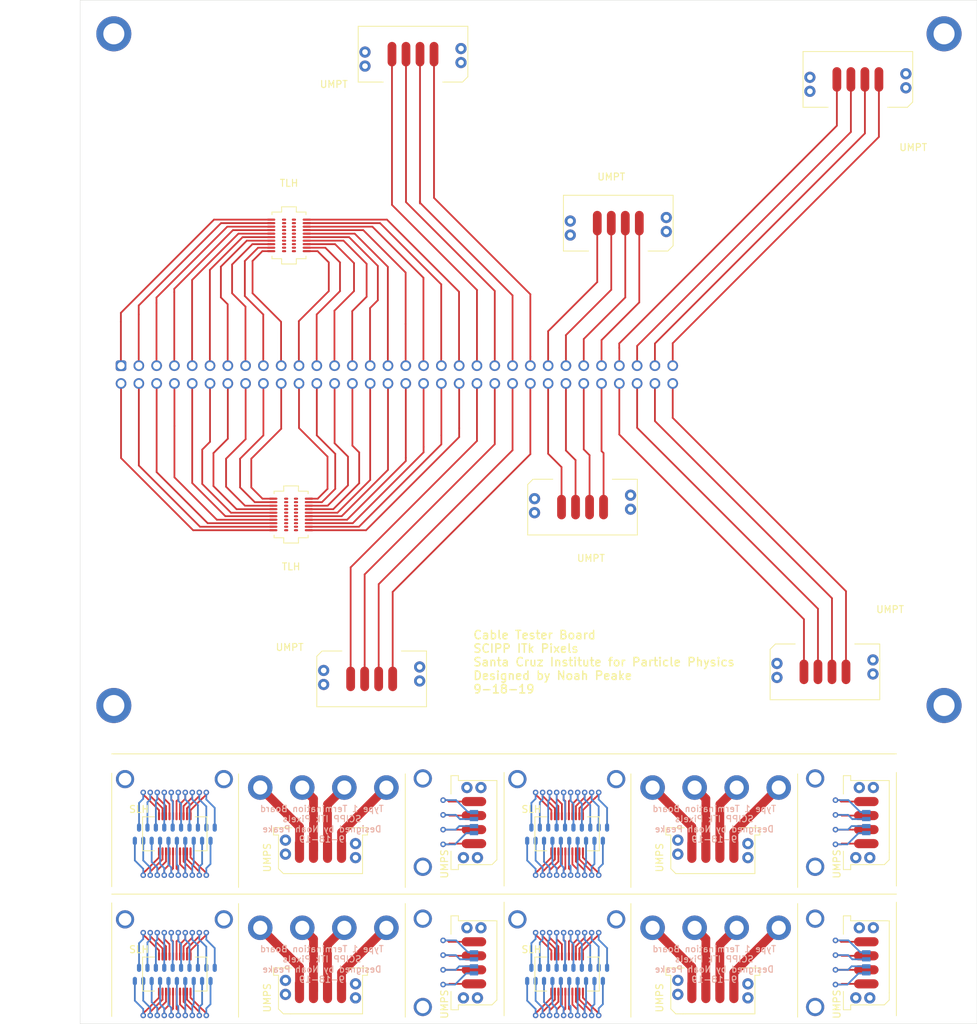
<source format=kicad_pcb>
(kicad_pcb (version 20171130) (host pcbnew "(5.1.2)-2")
  (layers (0 F.Cu signal) (31 B.Cu signal) (34 B.Paste user) (35 F.Paste user) (36 B.SilkS user) (37 F.SilkS user) (38 B.Mask user) (39 F.Mask user) (44 Edge.Cuts user))
  (net 0 "")
  (module SCIPP_Connectors:14AWG_THT (layer F.Cu) (at 66.9 166.2)
    (fp_text reference REF**)
    (fp_text value 14AWG_THT)
    (pad 1 thru_hole circle (at 0 0) (size 3.5 3.5) (drill 2) (layers *.Cu *.Mask))
  )
  (module SCIPP_Connectors:Pad_Array_3 (layer B.Cu) (at 85.4 171.2 90)
    (fp_text reference REF**)
    (fp_text value Pad_Array_3)
    (pad 4 smd rect (at 1.5 0) (size 1.2 0.6) (layers B.Cu B.Paste B.Mask))
    (pad 3 smd rect (at 0.5 0) (size 1.2 0.6) (layers B.Cu B.Paste B.Mask))
    (pad 2 smd rect (at -0.5 0) (size 1.2 0.6) (layers B.Cu B.Paste B.Mask))
    (pad 1 smd rect (at -1.5 0) (size 1.2 0.6) (layers B.Cu B.Paste B.Mask))
  )
  (module SCIPP_Connectors:14AWG_THT (layer F.Cu) (at 60.9 166.2)
    (fp_text reference REF**)
    (fp_text value 14AWG_THT)
    (pad 1 thru_hole circle (at 0 0) (size 3.5 3.5) (drill 2) (layers *.Cu *.Mask))
  )
  (module SCIPP_Connectors:SLH (layer F.Cu) (at 42.7 172.8)
    (fp_text reference REF**)
    (fp_text value SLH (at -5.1 -3.5) (layer F.SilkS))
    (pad 20 smd oval (at 2.25 2.525) (size 0.3 1.2) (layers F.Cu F.Paste F.Mask))
    (pad 19 smd oval (at 1.75 2.525) (size 0.3 1.2) (layers F.Cu F.Paste F.Mask))
    (pad 18 smd oval (at 1.25 2.525) (size 0.3 1.2) (layers F.Cu F.Paste F.Mask))
    (pad 17 smd oval (at 0.75 2.525) (size 0.3 1.2) (layers F.Cu F.Paste F.Mask))
    (pad 16 smd oval (at 0.25 2.525) (size 0.3 1.2) (layers F.Cu F.Paste F.Mask))
    (pad 15 smd oval (at -0.25 2.525) (size 0.3 1.2) (layers F.Cu F.Paste F.Mask))
    (pad 14 smd oval (at -0.75 2.525) (size 0.3 1.2) (layers F.Cu F.Paste F.Mask))
    (pad 13 smd oval (at -1.25 2.525) (size 0.3 1.2) (layers F.Cu F.Paste F.Mask))
    (pad 12 smd oval (at -1.75 2.525) (size 0.3 1.2) (layers F.Cu F.Paste F.Mask))
    (pad 11 smd oval (at -2.25 2.525) (size 0.3 1.2) (layers F.Cu F.Paste F.Mask))
    (pad 10 smd oval (at 2.25 -2.525) (size 0.3 1.2) (layers F.Cu F.Paste F.Mask))
    (pad 9 smd oval (at 1.75 -2.525) (size 0.3 1.2) (layers F.Cu F.Paste F.Mask))
    (pad 8 smd oval (at 1.25 -2.525) (size 0.3 1.2) (layers F.Cu F.Paste F.Mask))
    (pad 7 smd oval (at 0.75 -2.525) (size 0.3 1.2) (layers F.Cu F.Paste F.Mask))
    (pad 6 smd oval (at 0.25 -2.525) (size 0.3 1.2) (layers F.Cu F.Paste F.Mask))
    (pad 5 smd oval (at -0.25 -2.525) (size 0.3 1.2) (layers F.Cu F.Paste F.Mask))
    (pad 4 smd oval (at -0.75 -2.525) (size 0.3 1.2) (layers F.Cu F.Paste F.Mask))
    (pad 3 smd oval (at -1.25 -2.525) (size 0.3 1.2) (layers F.Cu F.Paste F.Mask))
    (pad 2 smd oval (at -1.75 -2.525) (size 0.3 1.2) (layers F.Cu F.Paste F.Mask))
    (pad 1 smd oval (at -2.25 -2.525) (size 0.3 1.2) (layers F.Cu F.Paste F.Mask))
  )
  (module SCIPP_Connectors:PEEK_screw (layer F.Cu) (at 49.7 165)
    (fp_text reference REF**)
    (fp_text value PEEK_screw)
    (pad 1 thru_hole circle (at 0 0) (size 2.6 2.6) (drill 1.8) (layers *.Cu *.Mask))
  )
  (module SCIPP_Connectors:14AWG_THT (layer F.Cu) (at 54.9 166.2)
    (fp_text reference REF**)
    (fp_text value 14AWG_THT)
    (pad 1 thru_hole circle (at 0 0) (size 3.5 3.5) (drill 2) (layers *.Cu *.Mask))
  )
  (module SCIPP_Connectors:Pad_Array_2 (layer B.Cu) (at 42.4 173.8)
    (fp_text reference REF**)
    (fp_text value Pad_Array_2)
    (pad 10 smd oval (at 5.4 0 270) (size 1.2 0.6) (layers B.Cu B.Paste B.Mask))
    (pad 9 smd oval (at 4.2 0 270) (size 1.2 0.6) (layers B.Cu B.Paste B.Mask))
    (pad 8 smd oval (at 3 0 270) (size 1.2 0.6) (layers B.Cu B.Paste B.Mask))
    (pad 7 smd oval (at 1.8 0 270) (size 1.2 0.6) (layers B.Cu B.Paste B.Mask))
    (pad 6 smd oval (at 0.6 0 270) (size 1.2 0.6) (layers B.Cu B.Paste B.Mask))
    (pad 5 smd oval (at -0.6 0 270) (size 1.2 0.6) (layers B.Cu B.Paste B.Mask))
    (pad 4 smd oval (at -1.8 0 270) (size 1.2 0.6) (layers B.Cu B.Paste B.Mask))
    (pad 3 smd oval (at -3 0 270) (size 1.2 0.6) (layers B.Cu B.Paste B.Mask))
    (pad 2 smd oval (at -4.2 0 270) (size 1.2 0.6) (layers B.Cu B.Paste B.Mask))
    (pad 1 smd oval (at -5.4 0 270) (size 1.2 0.6) (layers B.Cu B.Paste B.Mask))
  )
  (module SCIPP_Connectors:UMPS (layer F.Cu) (at 63.5 175.2)
    (fp_text reference REF**)
    (fp_text value UMPS (at -7.6 1 90) (layer F.SilkS))
    (pad 1 smd oval (at -3 0) (size 1.3 3.5) (layers F.Cu F.Paste F.Mask))
    (pad 2 smd oval (at -1 0) (size 1.3 3.5) (layers F.Cu F.Paste F.Mask))
    (pad 3 smd oval (at 1 0) (size 1.3 3.5) (layers F.Cu F.Paste F.Mask))
    (pad 4 smd oval (at 3 0) (size 1.3 3.5) (layers F.Cu F.Paste F.Mask))
    (pad 7 thru_hole circle (at 5 -1) (size 1.6 1.6) (drill 0.8) (layers *.Cu *.Mask))
    (pad 8 thru_hole circle (at 5 1) (size 1.6 1.6) (drill 0.8) (layers *.Cu *.Mask))
    (pad 6 thru_hole circle (at -5 0.5) (size 1.6 1.6) (drill 0.8) (layers *.Cu *.Mask))
    (pad 5 thru_hole circle (at -5 -1.5) (size 1.6 1.6) (drill 0.8) (layers *.Cu *.Mask))
  )
  (module SCIPP_Connectors:UMPS (layer F.Cu) (at 85.4 171.2 90)
    (fp_text reference REF**)
    (fp_text value UMPS (at -5.9 -4.2 90) (layer F.SilkS))
    (pad 1 smd oval (at -3 0 90) (size 1.3 3.5) (layers F.Cu F.Paste F.Mask))
    (pad 2 smd oval (at -1 0 90) (size 1.3 3.5) (layers F.Cu F.Paste F.Mask))
    (pad 3 smd oval (at 1 0 90) (size 1.3 3.5) (layers F.Cu F.Paste F.Mask))
    (pad 4 smd oval (at 3 0 90) (size 1.3 3.5) (layers F.Cu F.Paste F.Mask))
    (pad 7 thru_hole circle (at 5 -1 90) (size 1.6 1.6) (drill 0.8) (layers *.Cu *.Mask))
    (pad 8 thru_hole circle (at 5 1 90) (size 1.6 1.6) (drill 0.8) (layers *.Cu *.Mask))
    (pad 6 thru_hole circle (at -5 0.5 90) (size 1.6 1.6) (drill 0.8) (layers *.Cu *.Mask))
    (pad 5 thru_hole circle (at -5 -1.5 90) (size 1.6 1.6) (drill 0.8) (layers *.Cu *.Mask))
  )
  (module SCIPP_Connectors:PEEK_screw (layer F.Cu) (at 35.6 165)
    (fp_text reference REF**)
    (fp_text value PEEK_screw)
    (pad 1 thru_hole circle (at 0 0) (size 2.6 2.6) (drill 1.8) (layers *.Cu *.Mask))
  )
  (module SCIPP_Connectors:PEEK_screw (layer F.Cu) (at 78.1 177.5 90)
    (fp_text reference REF**)
    (fp_text value PEEK_screw)
    (pad 1 thru_hole circle (at 0 0 90) (size 2.6 2.6) (drill 1.8) (layers *.Cu *.Mask))
  )
  (module SCIPP_Connectors:14AWG_THT (layer F.Cu) (at 72.9 166.2)
    (fp_text reference REF**)
    (fp_text value 14AWG_THT)
    (pad 1 thru_hole circle (at 0 0) (size 3.5 3.5) (drill 2) (layers *.Cu *.Mask))
  )
  (module SCIPP_Connectors:Pad_Array_2 (layer B.Cu) (at 43 171.9)
    (fp_text reference REF**)
    (fp_text value Pad_Array_2)
    (pad 10 smd oval (at 5.4 0 270) (size 1.2 0.6) (layers B.Cu B.Paste B.Mask))
    (pad 9 smd oval (at 4.2 0 270) (size 1.2 0.6) (layers B.Cu B.Paste B.Mask))
    (pad 8 smd oval (at 3 0 270) (size 1.2 0.6) (layers B.Cu B.Paste B.Mask))
    (pad 7 smd oval (at 1.8 0 270) (size 1.2 0.6) (layers B.Cu B.Paste B.Mask))
    (pad 6 smd oval (at 0.6 0 270) (size 1.2 0.6) (layers B.Cu B.Paste B.Mask))
    (pad 5 smd oval (at -0.6 0 270) (size 1.2 0.6) (layers B.Cu B.Paste B.Mask))
    (pad 4 smd oval (at -1.8 0 270) (size 1.2 0.6) (layers B.Cu B.Paste B.Mask))
    (pad 3 smd oval (at -3 0 270) (size 1.2 0.6) (layers B.Cu B.Paste B.Mask))
    (pad 2 smd oval (at -4.2 0 270) (size 1.2 0.6) (layers B.Cu B.Paste B.Mask))
    (pad 1 smd oval (at -5.4 0 270) (size 1.2 0.6) (layers B.Cu B.Paste B.Mask))
  )
  (module SCIPP_Connectors:PEEK_screw (layer F.Cu) (at 78.1 164.9 90)
    (fp_text reference REF**)
    (fp_text value PEEK_screw)
    (pad 1 thru_hole circle (at 0 0 90) (size 2.6 2.6) (drill 1.8) (layers *.Cu *.Mask))
  )
  (module SCIPP_Connectors:14AWG_THT (layer F.Cu) (at 128.9 166.2)
    (fp_text reference REF**)
    (fp_text value 14AWG_THT)
    (pad 1 thru_hole circle (at 0 0) (size 3.5 3.5) (drill 2) (layers *.Cu *.Mask))
  )
  (module SCIPP_Connectors:Pad_Array_2 (layer B.Cu) (at 99 171.9)
    (fp_text reference REF**)
    (fp_text value Pad_Array_2)
    (pad 1 smd oval (at -5.4 0 270) (size 1.2 0.6) (layers B.Cu B.Paste B.Mask))
    (pad 2 smd oval (at -4.2 0 270) (size 1.2 0.6) (layers B.Cu B.Paste B.Mask))
    (pad 3 smd oval (at -3 0 270) (size 1.2 0.6) (layers B.Cu B.Paste B.Mask))
    (pad 4 smd oval (at -1.8 0 270) (size 1.2 0.6) (layers B.Cu B.Paste B.Mask))
    (pad 5 smd oval (at -0.6 0 270) (size 1.2 0.6) (layers B.Cu B.Paste B.Mask))
    (pad 6 smd oval (at 0.6 0 270) (size 1.2 0.6) (layers B.Cu B.Paste B.Mask))
    (pad 7 smd oval (at 1.8 0 270) (size 1.2 0.6) (layers B.Cu B.Paste B.Mask))
    (pad 8 smd oval (at 3 0 270) (size 1.2 0.6) (layers B.Cu B.Paste B.Mask))
    (pad 9 smd oval (at 4.2 0 270) (size 1.2 0.6) (layers B.Cu B.Paste B.Mask))
    (pad 10 smd oval (at 5.4 0 270) (size 1.2 0.6) (layers B.Cu B.Paste B.Mask))
  )
  (module SCIPP_Connectors:PEEK_screw (layer F.Cu) (at 134.1 164.9 90)
    (fp_text reference REF**)
    (fp_text value PEEK_screw)
    (pad 1 thru_hole circle (at 0 0 90) (size 2.6 2.6) (drill 1.8) (layers *.Cu *.Mask))
  )
  (module SCIPP_Connectors:PEEK_screw (layer F.Cu) (at 134.1 177.5 90)
    (fp_text reference REF**)
    (fp_text value PEEK_screw)
    (pad 1 thru_hole circle (at 0 0 90) (size 2.6 2.6) (drill 1.8) (layers *.Cu *.Mask))
  )
  (module SCIPP_Connectors:14AWG_THT (layer F.Cu) (at 116.9 166.2)
    (fp_text reference REF**)
    (fp_text value 14AWG_THT)
    (pad 1 thru_hole circle (at 0 0) (size 3.5 3.5) (drill 2) (layers *.Cu *.Mask))
  )
  (module SCIPP_Connectors:Pad_Array_3 (layer B.Cu) (at 141.4 171.2 90)
    (fp_text reference REF**)
    (fp_text value Pad_Array_3)
    (pad 1 smd rect (at -1.5 0) (size 1.2 0.6) (layers B.Cu B.Paste B.Mask))
    (pad 2 smd rect (at -0.5 0) (size 1.2 0.6) (layers B.Cu B.Paste B.Mask))
    (pad 3 smd rect (at 0.5 0) (size 1.2 0.6) (layers B.Cu B.Paste B.Mask))
    (pad 4 smd rect (at 1.5 0) (size 1.2 0.6) (layers B.Cu B.Paste B.Mask))
  )
  (module SCIPP_Connectors:UMPS (layer F.Cu) (at 141.4 171.2 90)
    (fp_text reference REF**)
    (fp_text value UMPS (at -5.9 -4.2 90) (layer F.SilkS))
    (pad 5 thru_hole circle (at -5 -1.5 90) (size 1.6 1.6) (drill 0.8) (layers *.Cu *.Mask))
    (pad 6 thru_hole circle (at -5 0.5 90) (size 1.6 1.6) (drill 0.8) (layers *.Cu *.Mask))
    (pad 8 thru_hole circle (at 5 1 90) (size 1.6 1.6) (drill 0.8) (layers *.Cu *.Mask))
    (pad 7 thru_hole circle (at 5 -1 90) (size 1.6 1.6) (drill 0.8) (layers *.Cu *.Mask))
    (pad 4 smd oval (at 3 0 90) (size 1.3 3.5) (layers F.Cu F.Paste F.Mask))
    (pad 3 smd oval (at 1 0 90) (size 1.3 3.5) (layers F.Cu F.Paste F.Mask))
    (pad 2 smd oval (at -1 0 90) (size 1.3 3.5) (layers F.Cu F.Paste F.Mask))
    (pad 1 smd oval (at -3 0 90) (size 1.3 3.5) (layers F.Cu F.Paste F.Mask))
  )
  (module SCIPP_Connectors:14AWG_THT (layer F.Cu) (at 110.9 166.2)
    (fp_text reference REF**)
    (fp_text value 14AWG_THT)
    (pad 1 thru_hole circle (at 0 0) (size 3.5 3.5) (drill 2) (layers *.Cu *.Mask))
  )
  (module SCIPP_Connectors:PEEK_screw (layer F.Cu) (at 105.7 165)
    (fp_text reference REF**)
    (fp_text value PEEK_screw)
    (pad 1 thru_hole circle (at 0 0) (size 2.6 2.6) (drill 1.8) (layers *.Cu *.Mask))
  )
  (module SCIPP_Connectors:14AWG_THT (layer F.Cu) (at 122.9 166.2)
    (fp_text reference REF**)
    (fp_text value 14AWG_THT)
    (pad 1 thru_hole circle (at 0 0) (size 3.5 3.5) (drill 2) (layers *.Cu *.Mask))
  )
  (module SCIPP_Connectors:Pad_Array_2 (layer B.Cu) (at 98.4 173.8)
    (fp_text reference REF**)
    (fp_text value Pad_Array_2)
    (pad 1 smd oval (at -5.4 0 270) (size 1.2 0.6) (layers B.Cu B.Paste B.Mask))
    (pad 2 smd oval (at -4.2 0 270) (size 1.2 0.6) (layers B.Cu B.Paste B.Mask))
    (pad 3 smd oval (at -3 0 270) (size 1.2 0.6) (layers B.Cu B.Paste B.Mask))
    (pad 4 smd oval (at -1.8 0 270) (size 1.2 0.6) (layers B.Cu B.Paste B.Mask))
    (pad 5 smd oval (at -0.6 0 270) (size 1.2 0.6) (layers B.Cu B.Paste B.Mask))
    (pad 6 smd oval (at 0.6 0 270) (size 1.2 0.6) (layers B.Cu B.Paste B.Mask))
    (pad 7 smd oval (at 1.8 0 270) (size 1.2 0.6) (layers B.Cu B.Paste B.Mask))
    (pad 8 smd oval (at 3 0 270) (size 1.2 0.6) (layers B.Cu B.Paste B.Mask))
    (pad 9 smd oval (at 4.2 0 270) (size 1.2 0.6) (layers B.Cu B.Paste B.Mask))
    (pad 10 smd oval (at 5.4 0 270) (size 1.2 0.6) (layers B.Cu B.Paste B.Mask))
  )
  (module SCIPP_Connectors:SLH (layer F.Cu) (at 98.7 172.8)
    (fp_text reference REF**)
    (fp_text value SLH (at -5.1 -3.5) (layer F.SilkS))
    (pad 1 smd oval (at -2.25 -2.525) (size 0.3 1.2) (layers F.Cu F.Paste F.Mask))
    (pad 2 smd oval (at -1.75 -2.525) (size 0.3 1.2) (layers F.Cu F.Paste F.Mask))
    (pad 3 smd oval (at -1.25 -2.525) (size 0.3 1.2) (layers F.Cu F.Paste F.Mask))
    (pad 4 smd oval (at -0.75 -2.525) (size 0.3 1.2) (layers F.Cu F.Paste F.Mask))
    (pad 5 smd oval (at -0.25 -2.525) (size 0.3 1.2) (layers F.Cu F.Paste F.Mask))
    (pad 6 smd oval (at 0.25 -2.525) (size 0.3 1.2) (layers F.Cu F.Paste F.Mask))
    (pad 7 smd oval (at 0.75 -2.525) (size 0.3 1.2) (layers F.Cu F.Paste F.Mask))
    (pad 8 smd oval (at 1.25 -2.525) (size 0.3 1.2) (layers F.Cu F.Paste F.Mask))
    (pad 9 smd oval (at 1.75 -2.525) (size 0.3 1.2) (layers F.Cu F.Paste F.Mask))
    (pad 10 smd oval (at 2.25 -2.525) (size 0.3 1.2) (layers F.Cu F.Paste F.Mask))
    (pad 11 smd oval (at -2.25 2.525) (size 0.3 1.2) (layers F.Cu F.Paste F.Mask))
    (pad 12 smd oval (at -1.75 2.525) (size 0.3 1.2) (layers F.Cu F.Paste F.Mask))
    (pad 13 smd oval (at -1.25 2.525) (size 0.3 1.2) (layers F.Cu F.Paste F.Mask))
    (pad 14 smd oval (at -0.75 2.525) (size 0.3 1.2) (layers F.Cu F.Paste F.Mask))
    (pad 15 smd oval (at -0.25 2.525) (size 0.3 1.2) (layers F.Cu F.Paste F.Mask))
    (pad 16 smd oval (at 0.25 2.525) (size 0.3 1.2) (layers F.Cu F.Paste F.Mask))
    (pad 17 smd oval (at 0.75 2.525) (size 0.3 1.2) (layers F.Cu F.Paste F.Mask))
    (pad 18 smd oval (at 1.25 2.525) (size 0.3 1.2) (layers F.Cu F.Paste F.Mask))
    (pad 19 smd oval (at 1.75 2.525) (size 0.3 1.2) (layers F.Cu F.Paste F.Mask))
    (pad 20 smd oval (at 2.25 2.525) (size 0.3 1.2) (layers F.Cu F.Paste F.Mask))
  )
  (module SCIPP_Connectors:UMPS (layer F.Cu) (at 119.5 175.2)
    (fp_text reference REF**)
    (fp_text value UMPS (at -7.6 1 90) (layer F.SilkS))
    (pad 5 thru_hole circle (at -5 -1.5) (size 1.6 1.6) (drill 0.8) (layers *.Cu *.Mask))
    (pad 6 thru_hole circle (at -5 0.5) (size 1.6 1.6) (drill 0.8) (layers *.Cu *.Mask))
    (pad 8 thru_hole circle (at 5 1) (size 1.6 1.6) (drill 0.8) (layers *.Cu *.Mask))
    (pad 7 thru_hole circle (at 5 -1) (size 1.6 1.6) (drill 0.8) (layers *.Cu *.Mask))
    (pad 4 smd oval (at 3 0) (size 1.3 3.5) (layers F.Cu F.Paste F.Mask))
    (pad 3 smd oval (at 1 0) (size 1.3 3.5) (layers F.Cu F.Paste F.Mask))
    (pad 2 smd oval (at -1 0) (size 1.3 3.5) (layers F.Cu F.Paste F.Mask))
    (pad 1 smd oval (at -3 0) (size 1.3 3.5) (layers F.Cu F.Paste F.Mask))
  )
  (module SCIPP_Connectors:PEEK_screw (layer F.Cu) (at 91.6 165)
    (fp_text reference REF**)
    (fp_text value PEEK_screw)
    (pad 1 thru_hole circle (at 0 0) (size 2.6 2.6) (drill 1.8) (layers *.Cu *.Mask))
  )
  (module SCIPP_Connectors:TLH (layer F.Cu) (at 59 67.45 270)
    (fp_text reference REF**)
    (fp_text value TLH (at -7.45 0 180) (layer F.SilkS))
    (pad 1 smd oval (at 2.25 -2.55 270) (size 0.3 1.2) (layers F.Cu F.Paste F.Mask))
    (pad 10 smd oval (at -2.25 -0.7 270) (size 0.3 0.6) (layers F.Cu F.Paste F.Mask))
    (pad 9 smd oval (at -1.75 -0.7 270) (size 0.3 0.6) (layers F.Cu F.Paste F.Mask))
    (pad 8 smd oval (at -1.25 -0.7 270) (size 0.3 0.6) (layers F.Cu F.Paste F.Mask))
    (pad 7 smd oval (at -0.75 -0.7 270) (size 0.3 0.6) (layers F.Cu F.Paste F.Mask))
    (pad 6 smd oval (at -0.25 -0.7 270) (size 0.3 0.6) (layers F.Cu F.Paste F.Mask))
    (pad 5 smd oval (at 0.25 -0.7 270) (size 0.3 0.6) (layers F.Cu F.Paste F.Mask))
    (pad 4 smd oval (at 0.75 -0.7 270) (size 0.3 0.6) (layers F.Cu F.Paste F.Mask))
    (pad 3 smd oval (at 1.25 -0.7 270) (size 0.3 0.6) (layers F.Cu F.Paste F.Mask))
    (pad 2 smd oval (at 1.75 -0.7 270) (size 0.3 0.6) (layers F.Cu F.Paste F.Mask))
    (pad 1 smd oval (at 2.25 -0.7 270) (size 0.3 0.6) (layers F.Cu F.Paste F.Mask))
    (pad 20 smd oval (at -2.25 0.7 270) (size 0.3 0.6) (layers F.Cu F.Paste F.Mask))
    (pad 19 smd oval (at -1.75 0.7 270) (size 0.3 0.6) (layers F.Cu F.Paste F.Mask))
    (pad 18 smd oval (at -1.25 0.7 270) (size 0.3 0.6) (layers F.Cu F.Paste F.Mask))
    (pad 17 smd oval (at -0.75 0.7 270) (size 0.3 0.6) (layers F.Cu F.Paste F.Mask))
    (pad 16 smd oval (at -0.25 0.7 270) (size 0.3 0.6) (layers F.Cu F.Paste F.Mask))
    (pad 15 smd oval (at 0.25 0.7 270) (size 0.3 0.6) (layers F.Cu F.Paste F.Mask))
    (pad 14 smd oval (at 0.75 0.7 270) (size 0.3 0.6) (layers F.Cu F.Paste F.Mask))
    (pad 13 smd oval (at 1.25 0.7 270) (size 0.3 0.6) (layers F.Cu F.Paste F.Mask))
    (pad 12 smd oval (at 1.75 0.7 270) (size 0.3 0.6) (layers F.Cu F.Paste F.Mask))
    (pad 11 smd oval (at 2.25 0.7 270) (size 0.3 0.6) (layers F.Cu F.Paste F.Mask))
    (pad 2 smd oval (at 1.75 -2.55 270) (size 0.3 1.2) (layers F.Cu F.Paste F.Mask))
    (pad 3 smd oval (at 1.25 -2.55 270) (size 0.3 1.2) (layers F.Cu F.Paste F.Mask))
    (pad 4 smd oval (at 0.75 -2.55 270) (size 0.3 1.2) (layers F.Cu F.Paste F.Mask))
    (pad 5 smd oval (at 0.25 -2.55 270) (size 0.3 1.2) (layers F.Cu F.Paste F.Mask))
    (pad 6 smd oval (at -0.25 -2.55 270) (size 0.3 1.2) (layers F.Cu F.Paste F.Mask))
    (pad 7 smd oval (at -0.75 -2.55 270) (size 0.3 1.2) (layers F.Cu F.Paste F.Mask))
    (pad 8 smd oval (at -1.25 -2.55 270) (size 0.3 1.2) (layers F.Cu F.Paste F.Mask))
    (pad 9 smd oval (at -1.75 -2.55 270) (size 0.3 1.2) (layers F.Cu F.Paste F.Mask))
    (pad 10 smd oval (at -2.25 -2.55 270) (size 0.3 1.2) (layers F.Cu F.Paste F.Mask))
    (pad 11 smd oval (at 2.25 2.55 270) (size 0.3 1.2) (layers F.Cu F.Paste F.Mask))
    (pad 12 smd oval (at 1.75 2.55 270) (size 0.3 1.2) (layers F.Cu F.Paste F.Mask))
    (pad 13 smd oval (at 1.25 2.55 270) (size 0.3 1.2) (layers F.Cu F.Paste F.Mask))
    (pad 14 smd oval (at 0.75 2.55 270) (size 0.3 1.2) (layers F.Cu F.Paste F.Mask))
    (pad 15 smd oval (at 0.25 2.55 270) (size 0.3 1.2) (layers F.Cu F.Paste F.Mask))
    (pad 16 smd oval (at -0.25 2.55 270) (size 0.3 1.2) (layers F.Cu F.Paste F.Mask))
    (pad 17 smd oval (at -0.75 2.55 270) (size 0.3 1.2) (layers F.Cu F.Paste F.Mask))
    (pad 18 smd oval (at -1.25 2.55 270) (size 0.3 1.2) (layers F.Cu F.Paste F.Mask))
    (pad 19 smd oval (at -1.75 2.55 270) (size 0.3 1.2) (layers F.Cu F.Paste F.Mask))
    (pad 20 smd oval (at -2.25 2.55 270) (size 0.3 1.2) (layers F.Cu F.Paste F.Mask))
  )
  (module SCIPP_Connectors:Standoff_THT (layer F.Cu) (at 34 38.7)
    (fp_text reference REF**)
    (fp_text value Standoff_THT)
    (pad 1 thru_hole circle (at 0 0) (size 5 5) (drill 3) (layers *.Cu *.Mask))
  )
  (module SCIPP_Connectors:Standoff_THT (layer F.Cu) (at 34 134.5)
    (fp_text reference REF**)
    (fp_text value Standoff_THT)
    (pad 1 thru_hole circle (at 0 0) (size 5 5) (drill 3) (layers *.Cu *.Mask))
  )
  (module SCIPP_Connectors:Standoff_THT (layer F.Cu) (at 152.5 134.5)
    (fp_text reference REF**)
    (fp_text value Standoff_THT)
    (pad 1 thru_hole circle (at 0 0) (size 5 5) (drill 3) (layers *.Cu *.Mask))
  )
  (module SCIPP_Connectors:Standoff_THT (layer F.Cu) (at 152.5 38.7)
    (fp_text reference REF**)
    (fp_text value Standoff_THT)
    (pad 1 thru_hole circle (at 0 0) (size 5 5) (drill 3) (layers *.Cu *.Mask))
  )
  (module SCIPP_Connectors:14AWG_THT (layer F.Cu) (at 122.9 146.2)
    (fp_text reference REF**)
    (fp_text value 14AWG_THT)
    (pad 1 thru_hole circle (at 0 0) (size 3.5 3.5) (drill 2) (layers *.Cu *.Mask))
  )
  (module SCIPP_Connectors:Pad_Array_3 (layer B.Cu) (at 141.4 151.2 90)
    (fp_text reference REF**)
    (fp_text value Pad_Array_3)
    (pad 4 smd rect (at 1.5 0) (size 1.2 0.6) (layers B.Cu B.Paste B.Mask))
    (pad 3 smd rect (at 0.5 0) (size 1.2 0.6) (layers B.Cu B.Paste B.Mask))
    (pad 2 smd rect (at -0.5 0) (size 1.2 0.6) (layers B.Cu B.Paste B.Mask))
    (pad 1 smd rect (at -1.5 0) (size 1.2 0.6) (layers B.Cu B.Paste B.Mask))
  )
  (module SCIPP_Connectors:14AWG_THT (layer F.Cu) (at 116.9 146.2)
    (fp_text reference REF**)
    (fp_text value 14AWG_THT)
    (pad 1 thru_hole circle (at 0 0) (size 3.5 3.5) (drill 2) (layers *.Cu *.Mask))
  )
  (module SCIPP_Connectors:SLH (layer F.Cu) (at 98.7 152.8)
    (fp_text reference REF**)
    (fp_text value SLH (at -5.1 -3.5) (layer F.SilkS))
    (pad 20 smd oval (at 2.25 2.525) (size 0.3 1.2) (layers F.Cu F.Paste F.Mask))
    (pad 19 smd oval (at 1.75 2.525) (size 0.3 1.2) (layers F.Cu F.Paste F.Mask))
    (pad 18 smd oval (at 1.25 2.525) (size 0.3 1.2) (layers F.Cu F.Paste F.Mask))
    (pad 17 smd oval (at 0.75 2.525) (size 0.3 1.2) (layers F.Cu F.Paste F.Mask))
    (pad 16 smd oval (at 0.25 2.525) (size 0.3 1.2) (layers F.Cu F.Paste F.Mask))
    (pad 15 smd oval (at -0.25 2.525) (size 0.3 1.2) (layers F.Cu F.Paste F.Mask))
    (pad 14 smd oval (at -0.75 2.525) (size 0.3 1.2) (layers F.Cu F.Paste F.Mask))
    (pad 13 smd oval (at -1.25 2.525) (size 0.3 1.2) (layers F.Cu F.Paste F.Mask))
    (pad 12 smd oval (at -1.75 2.525) (size 0.3 1.2) (layers F.Cu F.Paste F.Mask))
    (pad 11 smd oval (at -2.25 2.525) (size 0.3 1.2) (layers F.Cu F.Paste F.Mask))
    (pad 10 smd oval (at 2.25 -2.525) (size 0.3 1.2) (layers F.Cu F.Paste F.Mask))
    (pad 9 smd oval (at 1.75 -2.525) (size 0.3 1.2) (layers F.Cu F.Paste F.Mask))
    (pad 8 smd oval (at 1.25 -2.525) (size 0.3 1.2) (layers F.Cu F.Paste F.Mask))
    (pad 7 smd oval (at 0.75 -2.525) (size 0.3 1.2) (layers F.Cu F.Paste F.Mask))
    (pad 6 smd oval (at 0.25 -2.525) (size 0.3 1.2) (layers F.Cu F.Paste F.Mask))
    (pad 5 smd oval (at -0.25 -2.525) (size 0.3 1.2) (layers F.Cu F.Paste F.Mask))
    (pad 4 smd oval (at -0.75 -2.525) (size 0.3 1.2) (layers F.Cu F.Paste F.Mask))
    (pad 3 smd oval (at -1.25 -2.525) (size 0.3 1.2) (layers F.Cu F.Paste F.Mask))
    (pad 2 smd oval (at -1.75 -2.525) (size 0.3 1.2) (layers F.Cu F.Paste F.Mask))
    (pad 1 smd oval (at -2.25 -2.525) (size 0.3 1.2) (layers F.Cu F.Paste F.Mask))
  )
  (module SCIPP_Connectors:PEEK_screw (layer F.Cu) (at 105.7 145)
    (fp_text reference REF**)
    (fp_text value PEEK_screw)
    (pad 1 thru_hole circle (at 0 0) (size 2.6 2.6) (drill 1.8) (layers *.Cu *.Mask))
  )
  (module SCIPP_Connectors:14AWG_THT (layer F.Cu) (at 110.9 146.2)
    (fp_text reference REF**)
    (fp_text value 14AWG_THT)
    (pad 1 thru_hole circle (at 0 0) (size 3.5 3.5) (drill 2) (layers *.Cu *.Mask))
  )
  (module SCIPP_Connectors:Pad_Array_2 (layer B.Cu) (at 98.4 153.8)
    (fp_text reference REF**)
    (fp_text value Pad_Array_2)
    (pad 10 smd oval (at 5.4 0 270) (size 1.2 0.6) (layers B.Cu B.Paste B.Mask))
    (pad 9 smd oval (at 4.2 0 270) (size 1.2 0.6) (layers B.Cu B.Paste B.Mask))
    (pad 8 smd oval (at 3 0 270) (size 1.2 0.6) (layers B.Cu B.Paste B.Mask))
    (pad 7 smd oval (at 1.8 0 270) (size 1.2 0.6) (layers B.Cu B.Paste B.Mask))
    (pad 6 smd oval (at 0.6 0 270) (size 1.2 0.6) (layers B.Cu B.Paste B.Mask))
    (pad 5 smd oval (at -0.6 0 270) (size 1.2 0.6) (layers B.Cu B.Paste B.Mask))
    (pad 4 smd oval (at -1.8 0 270) (size 1.2 0.6) (layers B.Cu B.Paste B.Mask))
    (pad 3 smd oval (at -3 0 270) (size 1.2 0.6) (layers B.Cu B.Paste B.Mask))
    (pad 2 smd oval (at -4.2 0 270) (size 1.2 0.6) (layers B.Cu B.Paste B.Mask))
    (pad 1 smd oval (at -5.4 0 270) (size 1.2 0.6) (layers B.Cu B.Paste B.Mask))
  )
  (module SCIPP_Connectors:UMPS (layer F.Cu) (at 119.5 155.2)
    (fp_text reference REF**)
    (fp_text value UMPS (at -7.6 1 90) (layer F.SilkS))
    (pad 1 smd oval (at -3 0) (size 1.3 3.5) (layers F.Cu F.Paste F.Mask))
    (pad 2 smd oval (at -1 0) (size 1.3 3.5) (layers F.Cu F.Paste F.Mask))
    (pad 3 smd oval (at 1 0) (size 1.3 3.5) (layers F.Cu F.Paste F.Mask))
    (pad 4 smd oval (at 3 0) (size 1.3 3.5) (layers F.Cu F.Paste F.Mask))
    (pad 7 thru_hole circle (at 5 -1) (size 1.6 1.6) (drill 0.8) (layers *.Cu *.Mask))
    (pad 8 thru_hole circle (at 5 1) (size 1.6 1.6) (drill 0.8) (layers *.Cu *.Mask))
    (pad 6 thru_hole circle (at -5 0.5) (size 1.6 1.6) (drill 0.8) (layers *.Cu *.Mask))
    (pad 5 thru_hole circle (at -5 -1.5) (size 1.6 1.6) (drill 0.8) (layers *.Cu *.Mask))
  )
  (module SCIPP_Connectors:UMPS (layer F.Cu) (at 141.4 151.2 90)
    (fp_text reference REF**)
    (fp_text value UMPS (at -5.9 -4.2 90) (layer F.SilkS))
    (pad 1 smd oval (at -3 0 90) (size 1.3 3.5) (layers F.Cu F.Paste F.Mask))
    (pad 2 smd oval (at -1 0 90) (size 1.3 3.5) (layers F.Cu F.Paste F.Mask))
    (pad 3 smd oval (at 1 0 90) (size 1.3 3.5) (layers F.Cu F.Paste F.Mask))
    (pad 4 smd oval (at 3 0 90) (size 1.3 3.5) (layers F.Cu F.Paste F.Mask))
    (pad 7 thru_hole circle (at 5 -1 90) (size 1.6 1.6) (drill 0.8) (layers *.Cu *.Mask))
    (pad 8 thru_hole circle (at 5 1 90) (size 1.6 1.6) (drill 0.8) (layers *.Cu *.Mask))
    (pad 6 thru_hole circle (at -5 0.5 90) (size 1.6 1.6) (drill 0.8) (layers *.Cu *.Mask))
    (pad 5 thru_hole circle (at -5 -1.5 90) (size 1.6 1.6) (drill 0.8) (layers *.Cu *.Mask))
  )
  (module SCIPP_Connectors:PEEK_screw (layer F.Cu) (at 91.6 145)
    (fp_text reference REF**)
    (fp_text value PEEK_screw)
    (pad 1 thru_hole circle (at 0 0) (size 2.6 2.6) (drill 1.8) (layers *.Cu *.Mask))
  )
  (module SCIPP_Connectors:PEEK_screw (layer F.Cu) (at 134.1 157.5 90)
    (fp_text reference REF**)
    (fp_text value PEEK_screw)
    (pad 1 thru_hole circle (at 0 0 90) (size 2.6 2.6) (drill 1.8) (layers *.Cu *.Mask))
  )
  (module SCIPP_Connectors:14AWG_THT (layer F.Cu) (at 128.9 146.2)
    (fp_text reference REF**)
    (fp_text value 14AWG_THT)
    (pad 1 thru_hole circle (at 0 0) (size 3.5 3.5) (drill 2) (layers *.Cu *.Mask))
  )
  (module SCIPP_Connectors:Pad_Array_2 (layer B.Cu) (at 99 151.9)
    (fp_text reference REF**)
    (fp_text value Pad_Array_2)
    (pad 10 smd oval (at 5.4 0 270) (size 1.2 0.6) (layers B.Cu B.Paste B.Mask))
    (pad 9 smd oval (at 4.2 0 270) (size 1.2 0.6) (layers B.Cu B.Paste B.Mask))
    (pad 8 smd oval (at 3 0 270) (size 1.2 0.6) (layers B.Cu B.Paste B.Mask))
    (pad 7 smd oval (at 1.8 0 270) (size 1.2 0.6) (layers B.Cu B.Paste B.Mask))
    (pad 6 smd oval (at 0.6 0 270) (size 1.2 0.6) (layers B.Cu B.Paste B.Mask))
    (pad 5 smd oval (at -0.6 0 270) (size 1.2 0.6) (layers B.Cu B.Paste B.Mask))
    (pad 4 smd oval (at -1.8 0 270) (size 1.2 0.6) (layers B.Cu B.Paste B.Mask))
    (pad 3 smd oval (at -3 0 270) (size 1.2 0.6) (layers B.Cu B.Paste B.Mask))
    (pad 2 smd oval (at -4.2 0 270) (size 1.2 0.6) (layers B.Cu B.Paste B.Mask))
    (pad 1 smd oval (at -5.4 0 270) (size 1.2 0.6) (layers B.Cu B.Paste B.Mask))
  )
  (module SCIPP_Connectors:PEEK_screw (layer F.Cu) (at 134.1 144.9 90)
    (fp_text reference REF**)
    (fp_text value PEEK_screw)
    (pad 1 thru_hole circle (at 0 0 90) (size 2.6 2.6) (drill 1.8) (layers *.Cu *.Mask))
  )
  (module SCIPP_Connectors:UMPS (layer F.Cu) (at 63.5 155.2)
    (fp_text reference REF**)
    (fp_text value UMPS (at -7.6 1 90) (layer F.SilkS))
    (pad 5 thru_hole circle (at -5 -1.5) (size 1.6 1.6) (drill 0.8) (layers *.Cu *.Mask))
    (pad 6 thru_hole circle (at -5 0.5) (size 1.6 1.6) (drill 0.8) (layers *.Cu *.Mask))
    (pad 8 thru_hole circle (at 5 1) (size 1.6 1.6) (drill 0.8) (layers *.Cu *.Mask))
    (pad 7 thru_hole circle (at 5 -1) (size 1.6 1.6) (drill 0.8) (layers *.Cu *.Mask))
    (pad 4 smd oval (at 3 0) (size 1.3 3.5) (layers F.Cu F.Paste F.Mask))
    (pad 3 smd oval (at 1 0) (size 1.3 3.5) (layers F.Cu F.Paste F.Mask))
    (pad 2 smd oval (at -1 0) (size 1.3 3.5) (layers F.Cu F.Paste F.Mask))
    (pad 1 smd oval (at -3 0) (size 1.3 3.5) (layers F.Cu F.Paste F.Mask))
  )
  (module SCIPP_Connectors:14AWG_THT (layer F.Cu) (at 72.9 146.2)
    (fp_text reference REF**)
    (fp_text value 14AWG_THT)
    (pad 1 thru_hole circle (at 0 0) (size 3.5 3.5) (drill 2) (layers *.Cu *.Mask))
  )
  (module SCIPP_Connectors:14AWG_THT (layer F.Cu) (at 54.9 146.2)
    (fp_text reference REF**)
    (fp_text value 14AWG_THT)
    (pad 1 thru_hole circle (at 0 0) (size 3.5 3.5) (drill 2) (layers *.Cu *.Mask))
  )
  (module SCIPP_Connectors:14AWG_THT (layer F.Cu) (at 66.9 146.2)
    (fp_text reference REF**)
    (fp_text value 14AWG_THT)
    (pad 1 thru_hole circle (at 0 0) (size 3.5 3.5) (drill 2) (layers *.Cu *.Mask))
  )
  (module SCIPP_Connectors:14AWG_THT (layer F.Cu) (at 60.9 146.2)
    (fp_text reference REF**)
    (fp_text value 14AWG_THT)
    (pad 1 thru_hole circle (at 0 0) (size 3.5 3.5) (drill 2) (layers *.Cu *.Mask))
  )
  (module SCIPP_Connectors:PEEK_screw (layer F.Cu) (at 49.7 145)
    (fp_text reference REF**)
    (fp_text value PEEK_screw)
    (pad 1 thru_hole circle (at 0 0) (size 2.6 2.6) (drill 1.8) (layers *.Cu *.Mask))
  )
  (module SCIPP_Connectors:PEEK_screw (layer F.Cu) (at 78.1 144.9 90)
    (fp_text reference REF**)
    (fp_text value PEEK_screw)
    (pad 1 thru_hole circle (at 0 0 90) (size 2.6 2.6) (drill 1.8) (layers *.Cu *.Mask))
  )
  (module SCIPP_Connectors:Pad_Array_2 (layer B.Cu) (at 42.4 153.8)
    (fp_text reference REF**)
    (fp_text value Pad_Array_2)
    (pad 1 smd oval (at -5.4 0 270) (size 1.2 0.6) (layers B.Cu B.Paste B.Mask))
    (pad 2 smd oval (at -4.2 0 270) (size 1.2 0.6) (layers B.Cu B.Paste B.Mask))
    (pad 3 smd oval (at -3 0 270) (size 1.2 0.6) (layers B.Cu B.Paste B.Mask))
    (pad 4 smd oval (at -1.8 0 270) (size 1.2 0.6) (layers B.Cu B.Paste B.Mask))
    (pad 5 smd oval (at -0.6 0 270) (size 1.2 0.6) (layers B.Cu B.Paste B.Mask))
    (pad 6 smd oval (at 0.6 0 270) (size 1.2 0.6) (layers B.Cu B.Paste B.Mask))
    (pad 7 smd oval (at 1.8 0 270) (size 1.2 0.6) (layers B.Cu B.Paste B.Mask))
    (pad 8 smd oval (at 3 0 270) (size 1.2 0.6) (layers B.Cu B.Paste B.Mask))
    (pad 9 smd oval (at 4.2 0 270) (size 1.2 0.6) (layers B.Cu B.Paste B.Mask))
    (pad 10 smd oval (at 5.4 0 270) (size 1.2 0.6) (layers B.Cu B.Paste B.Mask))
  )
  (module SCIPP_Connectors:UMPS (layer F.Cu) (at 85.4 151.2 90)
    (fp_text reference REF**)
    (fp_text value UMPS (at -5.9 -4.2 90) (layer F.SilkS))
    (pad 5 thru_hole circle (at -5 -1.5 90) (size 1.6 1.6) (drill 0.8) (layers *.Cu *.Mask))
    (pad 6 thru_hole circle (at -5 0.5 90) (size 1.6 1.6) (drill 0.8) (layers *.Cu *.Mask))
    (pad 8 thru_hole circle (at 5 1 90) (size 1.6 1.6) (drill 0.8) (layers *.Cu *.Mask))
    (pad 7 thru_hole circle (at 5 -1 90) (size 1.6 1.6) (drill 0.8) (layers *.Cu *.Mask))
    (pad 4 smd oval (at 3 0 90) (size 1.3 3.5) (layers F.Cu F.Paste F.Mask))
    (pad 3 smd oval (at 1 0 90) (size 1.3 3.5) (layers F.Cu F.Paste F.Mask))
    (pad 2 smd oval (at -1 0 90) (size 1.3 3.5) (layers F.Cu F.Paste F.Mask))
    (pad 1 smd oval (at -3 0 90) (size 1.3 3.5) (layers F.Cu F.Paste F.Mask))
  )
  (module SCIPP_Connectors:Pad_Array_3 (layer B.Cu) (at 85.4 151.2 90)
    (fp_text reference REF**)
    (fp_text value Pad_Array_3)
    (pad 1 smd rect (at -1.5 0) (size 1.2 0.6) (layers B.Cu B.Paste B.Mask))
    (pad 2 smd rect (at -0.5 0) (size 1.2 0.6) (layers B.Cu B.Paste B.Mask))
    (pad 3 smd rect (at 0.5 0) (size 1.2 0.6) (layers B.Cu B.Paste B.Mask))
    (pad 4 smd rect (at 1.5 0) (size 1.2 0.6) (layers B.Cu B.Paste B.Mask))
  )
  (module SCIPP_Connectors:PEEK_screw (layer F.Cu) (at 35.6 145)
    (fp_text reference REF**)
    (fp_text value PEEK_screw)
    (pad 1 thru_hole circle (at 0 0) (size 2.6 2.6) (drill 1.8) (layers *.Cu *.Mask))
  )
  (module SCIPP_Connectors:SLH (layer F.Cu) (at 42.7 152.8)
    (fp_text reference REF**)
    (fp_text value SLH (at -5.1 -3.5) (layer F.SilkS))
    (pad 1 smd oval (at -2.25 -2.525) (size 0.3 1.2) (layers F.Cu F.Paste F.Mask))
    (pad 2 smd oval (at -1.75 -2.525) (size 0.3 1.2) (layers F.Cu F.Paste F.Mask))
    (pad 3 smd oval (at -1.25 -2.525) (size 0.3 1.2) (layers F.Cu F.Paste F.Mask))
    (pad 4 smd oval (at -0.75 -2.525) (size 0.3 1.2) (layers F.Cu F.Paste F.Mask))
    (pad 5 smd oval (at -0.25 -2.525) (size 0.3 1.2) (layers F.Cu F.Paste F.Mask))
    (pad 6 smd oval (at 0.25 -2.525) (size 0.3 1.2) (layers F.Cu F.Paste F.Mask))
    (pad 7 smd oval (at 0.75 -2.525) (size 0.3 1.2) (layers F.Cu F.Paste F.Mask))
    (pad 8 smd oval (at 1.25 -2.525) (size 0.3 1.2) (layers F.Cu F.Paste F.Mask))
    (pad 9 smd oval (at 1.75 -2.525) (size 0.3 1.2) (layers F.Cu F.Paste F.Mask))
    (pad 10 smd oval (at 2.25 -2.525) (size 0.3 1.2) (layers F.Cu F.Paste F.Mask))
    (pad 11 smd oval (at -2.25 2.525) (size 0.3 1.2) (layers F.Cu F.Paste F.Mask))
    (pad 12 smd oval (at -1.75 2.525) (size 0.3 1.2) (layers F.Cu F.Paste F.Mask))
    (pad 13 smd oval (at -1.25 2.525) (size 0.3 1.2) (layers F.Cu F.Paste F.Mask))
    (pad 14 smd oval (at -0.75 2.525) (size 0.3 1.2) (layers F.Cu F.Paste F.Mask))
    (pad 15 smd oval (at -0.25 2.525) (size 0.3 1.2) (layers F.Cu F.Paste F.Mask))
    (pad 16 smd oval (at 0.25 2.525) (size 0.3 1.2) (layers F.Cu F.Paste F.Mask))
    (pad 17 smd oval (at 0.75 2.525) (size 0.3 1.2) (layers F.Cu F.Paste F.Mask))
    (pad 18 smd oval (at 1.25 2.525) (size 0.3 1.2) (layers F.Cu F.Paste F.Mask))
    (pad 19 smd oval (at 1.75 2.525) (size 0.3 1.2) (layers F.Cu F.Paste F.Mask))
    (pad 20 smd oval (at 2.25 2.525) (size 0.3 1.2) (layers F.Cu F.Paste F.Mask))
  )
  (module SCIPP_Connectors:Pad_Array_2 (layer B.Cu) (at 43 151.9)
    (fp_text reference REF**)
    (fp_text value Pad_Array_2)
    (pad 1 smd oval (at -5.4 0 270) (size 1.2 0.6) (layers B.Cu B.Paste B.Mask))
    (pad 2 smd oval (at -4.2 0 270) (size 1.2 0.6) (layers B.Cu B.Paste B.Mask))
    (pad 3 smd oval (at -3 0 270) (size 1.2 0.6) (layers B.Cu B.Paste B.Mask))
    (pad 4 smd oval (at -1.8 0 270) (size 1.2 0.6) (layers B.Cu B.Paste B.Mask))
    (pad 5 smd oval (at -0.6 0 270) (size 1.2 0.6) (layers B.Cu B.Paste B.Mask))
    (pad 6 smd oval (at 0.6 0 270) (size 1.2 0.6) (layers B.Cu B.Paste B.Mask))
    (pad 7 smd oval (at 1.8 0 270) (size 1.2 0.6) (layers B.Cu B.Paste B.Mask))
    (pad 8 smd oval (at 3 0 270) (size 1.2 0.6) (layers B.Cu B.Paste B.Mask))
    (pad 9 smd oval (at 4.2 0 270) (size 1.2 0.6) (layers B.Cu B.Paste B.Mask))
    (pad 10 smd oval (at 5.4 0 270) (size 1.2 0.6) (layers B.Cu B.Paste B.Mask))
  )
  (module SCIPP_Connectors:PEEK_screw (layer F.Cu) (at 78.1 157.5 90)
    (fp_text reference REF**)
    (fp_text value PEEK_screw)
    (pad 1 thru_hole circle (at 0 0 90) (size 2.6 2.6) (drill 1.8) (layers *.Cu *.Mask))
  )
  (module SCIPP_Connectors:EJH (layer F.Cu) (at 74.4 87.3)
    (fp_text reference REF**)
    (fp_text value EJH)
    (pad 1 thru_hole roundrect (at -39.37 -1.27) (size 1.524 1.524) (drill 1.02) (layers *.Cu *.Mask))
    (pad 2 thru_hole circle (at -36.83 -1.27) (size 1.524 1.524) (drill 1.02) (layers *.Cu *.Mask))
    (pad 3 thru_hole circle (at -34.29 -1.27) (size 1.524 1.524) (drill 1.02) (layers *.Cu *.Mask))
    (pad 4 thru_hole circle (at -31.75 -1.27) (size 1.524 1.524) (drill 1.02) (layers *.Cu *.Mask))
    (pad 5 thru_hole circle (at -29.21 -1.27) (size 1.524 1.524) (drill 1.02) (layers *.Cu *.Mask))
    (pad 6 thru_hole circle (at -26.67 -1.27) (size 1.524 1.524) (drill 1.02) (layers *.Cu *.Mask))
    (pad 7 thru_hole circle (at -24.13 -1.27) (size 1.524 1.524) (drill 1.02) (layers *.Cu *.Mask))
    (pad 8 thru_hole circle (at -21.59 -1.27) (size 1.524 1.524) (drill 1.02) (layers *.Cu *.Mask))
    (pad 9 thru_hole circle (at -19.05 -1.27) (size 1.524 1.524) (drill 1.02) (layers *.Cu *.Mask))
    (pad 10 thru_hole circle (at -16.51 -1.27) (size 1.524 1.524) (drill 1.02) (layers *.Cu *.Mask))
    (pad 11 thru_hole circle (at -13.97 -1.27) (size 1.524 1.524) (drill 1.02) (layers *.Cu *.Mask))
    (pad 12 thru_hole circle (at -11.43 -1.27) (size 1.524 1.524) (drill 1.02) (layers *.Cu *.Mask))
    (pad 13 thru_hole circle (at -8.89 -1.27) (size 1.524 1.524) (drill 1.02) (layers *.Cu *.Mask))
    (pad 14 thru_hole circle (at -6.35 -1.27) (size 1.524 1.524) (drill 1.02) (layers *.Cu *.Mask))
    (pad 15 thru_hole circle (at -3.81 -1.27) (size 1.524 1.524) (drill 1.02) (layers *.Cu *.Mask))
    (pad 16 thru_hole circle (at -1.27 -1.27) (size 1.524 1.524) (drill 1.02) (layers *.Cu *.Mask))
    (pad 17 thru_hole circle (at 1.27 -1.27) (size 1.524 1.524) (drill 1.02) (layers *.Cu *.Mask))
    (pad 18 thru_hole circle (at 3.81 -1.27) (size 1.524 1.524) (drill 1.02) (layers *.Cu *.Mask))
    (pad 19 thru_hole circle (at 6.35 -1.27) (size 1.524 1.524) (drill 1.02) (layers *.Cu *.Mask))
    (pad 20 thru_hole circle (at 8.89 -1.27) (size 1.524 1.524) (drill 1.02) (layers *.Cu *.Mask))
    (pad 21 thru_hole circle (at 11.43 -1.27) (size 1.524 1.524) (drill 1.02) (layers *.Cu *.Mask))
    (pad 22 thru_hole circle (at 13.97 -1.27) (size 1.524 1.524) (drill 1.02) (layers *.Cu *.Mask))
    (pad 23 thru_hole circle (at 16.51 -1.27) (size 1.524 1.524) (drill 1.02) (layers *.Cu *.Mask))
    (pad 24 thru_hole circle (at 19.05 -1.27) (size 1.524 1.524) (drill 1.02) (layers *.Cu *.Mask))
    (pad 25 thru_hole circle (at 21.59 -1.27) (size 1.524 1.524) (drill 1.02) (layers *.Cu *.Mask))
    (pad 26 thru_hole circle (at 24.13 -1.27) (size 1.524 1.524) (drill 1.02) (layers *.Cu *.Mask))
    (pad 27 thru_hole circle (at 26.67 -1.27) (size 1.524 1.524) (drill 1.02) (layers *.Cu *.Mask))
    (pad 28 thru_hole circle (at 29.21 -1.27) (size 1.524 1.524) (drill 1.02) (layers *.Cu *.Mask))
    (pad 29 thru_hole circle (at 31.75 -1.27) (size 1.524 1.524) (drill 1.02) (layers *.Cu *.Mask))
    (pad 30 thru_hole circle (at 34.29 -1.27) (size 1.524 1.524) (drill 1.02) (layers *.Cu *.Mask))
    (pad 31 thru_hole circle (at 36.83 -1.27) (size 1.524 1.524) (drill 1.02) (layers *.Cu *.Mask))
    (pad 32 thru_hole circle (at 39.37 -1.27) (size 1.524 1.524) (drill 1.02) (layers *.Cu *.Mask))
    (pad 33 thru_hole circle (at -39.37 1.27) (size 1.524 1.524) (drill 1.02) (layers *.Cu *.Mask))
    (pad 34 thru_hole circle (at -36.83 1.27) (size 1.524 1.524) (drill 1.02) (layers *.Cu *.Mask))
    (pad 35 thru_hole circle (at -34.29 1.27) (size 1.524 1.524) (drill 1.02) (layers *.Cu *.Mask))
    (pad 36 thru_hole circle (at -31.75 1.27) (size 1.524 1.524) (drill 1.02) (layers *.Cu *.Mask))
    (pad 37 thru_hole circle (at -29.21 1.27) (size 1.524 1.524) (drill 1.02) (layers *.Cu *.Mask))
    (pad 38 thru_hole circle (at -26.67 1.27) (size 1.524 1.524) (drill 1.02) (layers *.Cu *.Mask))
    (pad 39 thru_hole circle (at -24.13 1.27) (size 1.524 1.524) (drill 1.02) (layers *.Cu *.Mask))
    (pad 40 thru_hole circle (at -21.59 1.27) (size 1.524 1.524) (drill 1.02) (layers *.Cu *.Mask))
    (pad 41 thru_hole circle (at -19.05 1.27) (size 1.524 1.524) (drill 1.02) (layers *.Cu *.Mask))
    (pad 42 thru_hole circle (at -16.51 1.27) (size 1.524 1.524) (drill 1.02) (layers *.Cu *.Mask))
    (pad 43 thru_hole circle (at -13.97 1.27) (size 1.524 1.524) (drill 1.02) (layers *.Cu *.Mask))
    (pad 44 thru_hole circle (at -11.43 1.27) (size 1.524 1.524) (drill 1.02) (layers *.Cu *.Mask))
    (pad 45 thru_hole circle (at -8.89 1.27) (size 1.524 1.524) (drill 1.02) (layers *.Cu *.Mask))
    (pad 46 thru_hole circle (at -6.35 1.27) (size 1.524 1.524) (drill 1.02) (layers *.Cu *.Mask))
    (pad 47 thru_hole circle (at -3.81 1.27) (size 1.524 1.524) (drill 1.02) (layers *.Cu *.Mask))
    (pad 48 thru_hole circle (at -1.27 1.27) (size 1.524 1.524) (drill 1.02) (layers *.Cu *.Mask))
    (pad 49 thru_hole circle (at 1.27 1.27) (size 1.524 1.524) (drill 1.02) (layers *.Cu *.Mask))
    (pad 50 thru_hole circle (at 3.81 1.27) (size 1.524 1.524) (drill 1.02) (layers *.Cu *.Mask))
    (pad 51 thru_hole circle (at 6.35 1.27) (size 1.524 1.524) (drill 1.02) (layers *.Cu *.Mask))
    (pad 52 thru_hole circle (at 8.89 1.27) (size 1.524 1.524) (drill 1.02) (layers *.Cu *.Mask))
    (pad 53 thru_hole circle (at 11.43 1.27) (size 1.524 1.524) (drill 1.02) (layers *.Cu *.Mask))
    (pad 54 thru_hole circle (at 13.97 1.27) (size 1.524 1.524) (drill 1.02) (layers *.Cu *.Mask))
    (pad 55 thru_hole circle (at 16.51 1.27) (size 1.524 1.524) (drill 1.02) (layers *.Cu *.Mask))
    (pad 56 thru_hole circle (at 19.05 1.27) (size 1.524 1.524) (drill 1.02) (layers *.Cu *.Mask))
    (pad 57 thru_hole circle (at 21.59 1.27) (size 1.524 1.524) (drill 1.02) (layers *.Cu *.Mask))
    (pad 58 thru_hole circle (at 24.13 1.27) (size 1.524 1.524) (drill 1.02) (layers *.Cu *.Mask))
    (pad 59 thru_hole circle (at 26.67 1.27) (size 1.524 1.524) (drill 1.02) (layers *.Cu *.Mask))
    (pad 60 thru_hole circle (at 29.21 1.27) (size 1.524 1.524) (drill 1.02) (layers *.Cu *.Mask))
    (pad 61 thru_hole circle (at 31.75 1.27) (size 1.524 1.524) (drill 1.02) (layers *.Cu *.Mask))
    (pad 62 thru_hole circle (at 34.29 1.27) (size 1.524 1.524) (drill 1.02) (layers *.Cu *.Mask))
    (pad 63 thru_hole circle (at 36.83 1.27) (size 1.524 1.524) (drill 1.02) (layers *.Cu *.Mask))
    (pad 64 thru_hole circle (at 39.37 1.27) (size 1.524 1.524) (drill 1.02) (layers *.Cu *.Mask))
  )
  (module SCIPP_Connectors:TLH (layer F.Cu) (at 59.3 107.25 90)
    (fp_text reference REF**)
    (fp_text value TLH (at -7.45 0 180) (layer F.SilkS))
    (pad 20 smd oval (at -2.25 2.55 90) (size 0.3 1.2) (layers F.Cu F.Paste F.Mask))
    (pad 19 smd oval (at -1.75 2.55 90) (size 0.3 1.2) (layers F.Cu F.Paste F.Mask))
    (pad 18 smd oval (at -1.25 2.55 90) (size 0.3 1.2) (layers F.Cu F.Paste F.Mask))
    (pad 17 smd oval (at -0.75 2.55 90) (size 0.3 1.2) (layers F.Cu F.Paste F.Mask))
    (pad 16 smd oval (at -0.25 2.55 90) (size 0.3 1.2) (layers F.Cu F.Paste F.Mask))
    (pad 15 smd oval (at 0.25 2.55 90) (size 0.3 1.2) (layers F.Cu F.Paste F.Mask))
    (pad 14 smd oval (at 0.75 2.55 90) (size 0.3 1.2) (layers F.Cu F.Paste F.Mask))
    (pad 13 smd oval (at 1.25 2.55 90) (size 0.3 1.2) (layers F.Cu F.Paste F.Mask))
    (pad 12 smd oval (at 1.75 2.55 90) (size 0.3 1.2) (layers F.Cu F.Paste F.Mask))
    (pad 11 smd oval (at 2.25 2.55 90) (size 0.3 1.2) (layers F.Cu F.Paste F.Mask))
    (pad 10 smd oval (at -2.25 -2.55 90) (size 0.3 1.2) (layers F.Cu F.Paste F.Mask))
    (pad 9 smd oval (at -1.75 -2.55 90) (size 0.3 1.2) (layers F.Cu F.Paste F.Mask))
    (pad 8 smd oval (at -1.25 -2.55 90) (size 0.3 1.2) (layers F.Cu F.Paste F.Mask))
    (pad 7 smd oval (at -0.75 -2.55 90) (size 0.3 1.2) (layers F.Cu F.Paste F.Mask))
    (pad 6 smd oval (at -0.25 -2.55 90) (size 0.3 1.2) (layers F.Cu F.Paste F.Mask))
    (pad 5 smd oval (at 0.25 -2.55 90) (size 0.3 1.2) (layers F.Cu F.Paste F.Mask))
    (pad 4 smd oval (at 0.75 -2.55 90) (size 0.3 1.2) (layers F.Cu F.Paste F.Mask))
    (pad 3 smd oval (at 1.25 -2.55 90) (size 0.3 1.2) (layers F.Cu F.Paste F.Mask))
    (pad 2 smd oval (at 1.75 -2.55 90) (size 0.3 1.2) (layers F.Cu F.Paste F.Mask))
    (pad 11 smd oval (at 2.25 0.7 90) (size 0.3 0.6) (layers F.Cu F.Paste F.Mask))
    (pad 12 smd oval (at 1.75 0.7 90) (size 0.3 0.6) (layers F.Cu F.Paste F.Mask))
    (pad 13 smd oval (at 1.25 0.7 90) (size 0.3 0.6) (layers F.Cu F.Paste F.Mask))
    (pad 14 smd oval (at 0.75 0.7 90) (size 0.3 0.6) (layers F.Cu F.Paste F.Mask))
    (pad 15 smd oval (at 0.25 0.7 90) (size 0.3 0.6) (layers F.Cu F.Paste F.Mask))
    (pad 16 smd oval (at -0.25 0.7 90) (size 0.3 0.6) (layers F.Cu F.Paste F.Mask))
    (pad 17 smd oval (at -0.75 0.7 90) (size 0.3 0.6) (layers F.Cu F.Paste F.Mask))
    (pad 18 smd oval (at -1.25 0.7 90) (size 0.3 0.6) (layers F.Cu F.Paste F.Mask))
    (pad 19 smd oval (at -1.75 0.7 90) (size 0.3 0.6) (layers F.Cu F.Paste F.Mask))
    (pad 20 smd oval (at -2.25 0.7 90) (size 0.3 0.6) (layers F.Cu F.Paste F.Mask))
    (pad 1 smd oval (at 2.25 -0.7 90) (size 0.3 0.6) (layers F.Cu F.Paste F.Mask))
    (pad 2 smd oval (at 1.75 -0.7 90) (size 0.3 0.6) (layers F.Cu F.Paste F.Mask))
    (pad 3 smd oval (at 1.25 -0.7 90) (size 0.3 0.6) (layers F.Cu F.Paste F.Mask))
    (pad 4 smd oval (at 0.75 -0.7 90) (size 0.3 0.6) (layers F.Cu F.Paste F.Mask))
    (pad 5 smd oval (at 0.25 -0.7 90) (size 0.3 0.6) (layers F.Cu F.Paste F.Mask))
    (pad 6 smd oval (at -0.25 -0.7 90) (size 0.3 0.6) (layers F.Cu F.Paste F.Mask))
    (pad 7 smd oval (at -0.75 -0.7 90) (size 0.3 0.6) (layers F.Cu F.Paste F.Mask))
    (pad 8 smd oval (at -1.25 -0.7 90) (size 0.3 0.6) (layers F.Cu F.Paste F.Mask))
    (pad 9 smd oval (at -1.75 -0.7 90) (size 0.3 0.6) (layers F.Cu F.Paste F.Mask))
    (pad 10 smd oval (at -2.25 -0.7 90) (size 0.3 0.6) (layers F.Cu F.Paste F.Mask))
    (pad 1 smd oval (at 2.25 -2.55 90) (size 0.3 1.2) (layers F.Cu F.Paste F.Mask))
  )
  (module SCIPP_Connectors:UMPT (layer F.Cu) (at 70.8 130.7 180)
    (fp_text reference REF**)
    (fp_text value UMPT (at 11.7 4.5) (layer F.SilkS))
    (pad 4 smd oval (at -3 0 180) (size 1.25 3.5) (layers F.Cu F.Paste F.Mask))
    (pad 3 smd oval (at -1 0 180) (size 1.25 3.5) (layers F.Cu F.Paste F.Mask))
    (pad 2 smd oval (at 1 0 180) (size 1.25 3.5) (layers F.Cu F.Paste F.Mask))
    (pad 1 smd oval (at 3 0 180) (size 1.25 3.5) (layers F.Cu F.Paste F.Mask))
    (pad 6 thru_hole circle (at -6.85 1.7 180) (size 1.6 1.6) (drill 0.8) (layers *.Cu *.Mask))
    (pad 5 thru_hole circle (at -6.85 -0.3 180) (size 1.6 1.6) (drill 0.8) (layers *.Cu *.Mask))
    (pad 8 thru_hole circle (at 6.85 1.2 180) (size 1.6 1.6) (drill 0.8) (layers *.Cu *.Mask))
    (pad 7 thru_hole circle (at 6.85 -0.8 180) (size 1.6 1.6) (drill 0.8) (layers *.Cu *.Mask))
  )
  (module SCIPP_Connectors:UMPT (layer F.Cu) (at 100.9 106.2 180)
    (fp_text reference REF**)
    (fp_text value UMPT (at -1.2 -7.3) (layer F.SilkS))
    (pad 7 thru_hole circle (at 6.85 -0.8 180) (size 1.6 1.6) (drill 0.8) (layers *.Cu *.Mask))
    (pad 8 thru_hole circle (at 6.85 1.2 180) (size 1.6 1.6) (drill 0.8) (layers *.Cu *.Mask))
    (pad 5 thru_hole circle (at -6.85 -0.3 180) (size 1.6 1.6) (drill 0.8) (layers *.Cu *.Mask))
    (pad 6 thru_hole circle (at -6.85 1.7 180) (size 1.6 1.6) (drill 0.8) (layers *.Cu *.Mask))
    (pad 1 smd oval (at 3 0 180) (size 1.25 3.5) (layers F.Cu F.Paste F.Mask))
    (pad 2 smd oval (at 1 0 180) (size 1.25 3.5) (layers F.Cu F.Paste F.Mask))
    (pad 3 smd oval (at -1 0 180) (size 1.25 3.5) (layers F.Cu F.Paste F.Mask))
    (pad 4 smd oval (at -3 0 180) (size 1.25 3.5) (layers F.Cu F.Paste F.Mask))
  )
  (module SCIPP_Connectors:UMPT (layer F.Cu) (at 135.5 129.7 180)
    (fp_text reference REF**)
    (fp_text value UMPT (at -9.3 8.9) (layer F.SilkS))
    (pad 4 smd oval (at -3 0 180) (size 1.25 3.5) (layers F.Cu F.Paste F.Mask))
    (pad 3 smd oval (at -1 0 180) (size 1.25 3.5) (layers F.Cu F.Paste F.Mask))
    (pad 2 smd oval (at 1 0 180) (size 1.25 3.5) (layers F.Cu F.Paste F.Mask))
    (pad 1 smd oval (at 3 0 180) (size 1.25 3.5) (layers F.Cu F.Paste F.Mask))
    (pad 6 thru_hole circle (at -6.85 1.7 180) (size 1.6 1.6) (drill 0.8) (layers *.Cu *.Mask))
    (pad 5 thru_hole circle (at -6.85 -0.3 180) (size 1.6 1.6) (drill 0.8) (layers *.Cu *.Mask))
    (pad 8 thru_hole circle (at 6.85 1.2 180) (size 1.6 1.6) (drill 0.8) (layers *.Cu *.Mask))
    (pad 7 thru_hole circle (at 6.85 -0.8 180) (size 1.6 1.6) (drill 0.8) (layers *.Cu *.Mask))
  )
  (module SCIPP_Connectors:UMPT (layer F.Cu) (at 140.2 45.2)
    (fp_text reference REF**)
    (fp_text value UMPT (at 7.9 9.7) (layer F.SilkS))
    (pad 7 thru_hole circle (at 6.85 -0.8) (size 1.6 1.6) (drill 0.8) (layers *.Cu *.Mask))
    (pad 8 thru_hole circle (at 6.85 1.2) (size 1.6 1.6) (drill 0.8) (layers *.Cu *.Mask))
    (pad 5 thru_hole circle (at -6.85 -0.3) (size 1.6 1.6) (drill 0.8) (layers *.Cu *.Mask))
    (pad 6 thru_hole circle (at -6.85 1.7) (size 1.6 1.6) (drill 0.8) (layers *.Cu *.Mask))
    (pad 1 smd oval (at 3 0) (size 1.25 3.5) (layers F.Cu F.Paste F.Mask))
    (pad 2 smd oval (at 1 0) (size 1.25 3.5) (layers F.Cu F.Paste F.Mask))
    (pad 3 smd oval (at -1 0) (size 1.25 3.5) (layers F.Cu F.Paste F.Mask))
    (pad 4 smd oval (at -3 0) (size 1.25 3.5) (layers F.Cu F.Paste F.Mask))
  )
  (module SCIPP_Connectors:UMPT (layer F.Cu) (at 106 65.7)
    (fp_text reference REF**)
    (fp_text value UMPT (at -1 -6.6) (layer F.SilkS))
    (pad 4 smd oval (at -3 0) (size 1.25 3.5) (layers F.Cu F.Paste F.Mask))
    (pad 3 smd oval (at -1 0) (size 1.25 3.5) (layers F.Cu F.Paste F.Mask))
    (pad 2 smd oval (at 1 0) (size 1.25 3.5) (layers F.Cu F.Paste F.Mask))
    (pad 1 smd oval (at 3 0) (size 1.25 3.5) (layers F.Cu F.Paste F.Mask))
    (pad 6 thru_hole circle (at -6.85 1.7) (size 1.6 1.6) (drill 0.8) (layers *.Cu *.Mask))
    (pad 5 thru_hole circle (at -6.85 -0.3) (size 1.6 1.6) (drill 0.8) (layers *.Cu *.Mask))
    (pad 8 thru_hole circle (at 6.85 1.2) (size 1.6 1.6) (drill 0.8) (layers *.Cu *.Mask))
    (pad 7 thru_hole circle (at 6.85 -0.8) (size 1.6 1.6) (drill 0.8) (layers *.Cu *.Mask))
  )
  (module SCIPP_Connectors:UMPT (layer F.Cu) (at 76.7 41.6)
    (fp_text reference REF**)
    (fp_text value UMPT (at -11.3 4.3) (layer F.SilkS))
    (pad 7 thru_hole circle (at 6.85 -0.8) (size 1.6 1.6) (drill 0.8) (layers *.Cu *.Mask))
    (pad 8 thru_hole circle (at 6.85 1.2) (size 1.6 1.6) (drill 0.8) (layers *.Cu *.Mask))
    (pad 5 thru_hole circle (at -6.85 -0.3) (size 1.6 1.6) (drill 0.8) (layers *.Cu *.Mask))
    (pad 6 thru_hole circle (at -6.85 1.7) (size 1.6 1.6) (drill 0.8) (layers *.Cu *.Mask))
    (pad 1 smd oval (at 3 0) (size 1.25 3.5) (layers F.Cu F.Paste F.Mask))
    (pad 2 smd oval (at 1 0) (size 1.25 3.5) (layers F.Cu F.Paste F.Mask))
    (pad 3 smd oval (at -1 0) (size 1.25 3.5) (layers F.Cu F.Paste F.Mask))
    (pad 4 smd oval (at -3 0) (size 1.25 3.5) (layers F.Cu F.Paste F.Mask))
  )
  (gr_text "Type 1 Termination Board\nSCIPP ITk Pixels\nDesigned by Noah Peake\n9-18-19" (at 119.7 171.4) (layer B.SilkS) (effects (font (size 0.9 0.9)) (justify mirror)))
  (gr_line (start 131.6 162.75) (end 131.6 178.95) (layer F.SilkS) (width 0.12))
  (gr_line (start 145.7 162.55) (end 145.7 178.75) (layer F.SilkS) (width 0.12))
  (gr_line (start 33.7 161.4) (end 145.7 161.4) (layer F.SilkS) (width 0.12))
  (gr_line (start 33.7 162.65) (end 33.7 178.85) (layer F.SilkS) (width 0.12))
  (gr_line (start 89.7 162.55) (end 89.7 178.75) (layer F.SilkS) (width 0.12))
  (gr_line (start 75.6 162.75) (end 75.6 178.95) (layer F.SilkS) (width 0.12))
  (gr_line (start 107.8 162.75) (end 107.8 178.95) (layer F.SilkS) (width 0.12))
  (gr_line (start 51.8 162.75) (end 51.8 178.95) (layer F.SilkS) (width 0.12))
  (gr_text "Type 1 Termination Board\nSCIPP ITk Pixels\nDesigned by Noah Peake\n9-18-19" (at 63.7 171.4) (layer B.SilkS) (effects (font (size 0.9 0.9)) (justify mirror)))
  (gr_line (start 145.7 144.05) (end 145.7 160.25) (layer F.SilkS) (width 0.12))
  (gr_line (start 33.7 144.15) (end 33.7 160.35) (layer F.SilkS) (width 0.12))
  (gr_line (start 89.7 144.05) (end 89.7 160.25) (layer F.SilkS) (width 0.12))
  (gr_line (start 33.7 141.4) (end 145.7 141.4) (layer F.SilkS) (width 0.12))
  (gr_line (start 29.2 179.9) (end 157.2 179.9) (layer Edge.Cuts) (width 0.05))
  (gr_line (start 131.6 144.25) (end 131.6 160.45) (layer F.SilkS) (width 0.12))
  (gr_line (start 107.8 144.25) (end 107.8 160.45) (layer F.SilkS) (width 0.12))
  (gr_text "Type 1 Termination Board\nSCIPP ITk Pixels\nDesigned by Noah Peake\n9-18-19" (at 119.7 151.4) (layer B.SilkS) (effects (font (size 0.9 0.9)) (justify mirror)))
  (gr_text "Type 1 Termination Board\nSCIPP ITk Pixels\nDesigned by Noah Peake\n9-18-19" (at 63.7 151.4) (layer B.SilkS) (effects (font (size 0.9 0.9)) (justify mirror)))
  (gr_line (start 75.6 144.25) (end 75.6 160.45) (layer F.SilkS) (width 0.12))
  (gr_line (start 51.8 144.25) (end 51.8 160.45) (layer F.SilkS) (width 0.12))
  (gr_text "Cable Tester Board\nSCIPP ITk Pixels\nSanta Cruz Institute for Particle Physics\nDesigned by Noah Peake\n9-18-19" (at 85.2 128.3) (layer F.SilkS) (effects (font (size 1.2 1.2) (thickness 0.2)) (justify left)))
  (gr_line (start 29.2 33.9) (end 29.2 179.9) (layer Edge.Cuts) (width 0.05))
  (gr_line (start 157.2 33.9) (end 157.2 179.9) (layer Edge.Cuts) (width 0.05))
  (gr_line (start 29.2 33.9) (end 157.2 33.9) (layer Edge.Cuts) (width 0.05))
  (segment (start 65.51 97.09) (end 67.42 99) (width 0.25) (layer F.Cu) (net 0))
  (segment (start 73.13 100.89) (end 66.52 107.5) (width 0.25) (layer F.Cu) (net 0))
  (segment (start 65.51 88.57) (end 65.51 97.09) (width 0.25) (layer F.Cu) (net 0))
  (segment (start 69.02 102.8) (end 65.32 106.5) (width 0.25) (layer F.Cu) (net 0))
  (segment (start 73.13 88.57) (end 73.13 100.89) (width 0.25) (layer F.Cu) (net 0))
  (segment (start 70.59 88.57) (end 70.59 102.33) (width 0.25) (layer F.Cu) (net 0))
  (segment (start 57.89 88.57) (end 57.89 95.03) (width 0.25) (layer F.Cu) (net 0))
  (segment (start 69.02 98.4) (end 69.02 102.8) (width 0.25) (layer F.Cu) (net 0))
  (segment (start 57.89 95.03) (end 53.62 99.3) (width 0.25) (layer F.Cu) (net 0))
  (segment (start 53.62 99.3) (end 53.62 103.4) (width 0.25) (layer F.Cu) (net 0))
  (segment (start 67.42 103.1) (end 64.52 106) (width 0.25) (layer F.Cu) (net 0))
  (segment (start 67.42 99) (end 67.42 103.1) (width 0.25) (layer F.Cu) (net 0))
  (segment (start 68.05 88.57) (end 68.05 97.43) (width 0.25) (layer F.Cu) (net 0))
  (segment (start 68.05 97.43) (end 69.02 98.4) (width 0.25) (layer F.Cu) (net 0))
  (segment (start 53.62 103.4) (end 55.22 105) (width 0.25) (layer F.Cu) (net 0))
  (segment (start 55.35 88.57) (end 55.35 95.97) (width 0.25) (layer F.Cu) (net 0))
  (segment (start 70.59 102.33) (end 65.92 107) (width 0.25) (layer F.Cu) (net 0))
  (segment (start 55.35 95.97) (end 52.02 99.3) (width 0.25) (layer F.Cu) (net 0))
  (segment (start 52.81 88.57) (end 52.81 96.51) (width 0.25) (layer F.Cu) (net 0))
  (segment (start 50.27 88.57) (end 50.27 96.45) (width 0.25) (layer F.Cu) (net 0))
  (segment (start 52.02 99.3) (end 52.02 103.4) (width 0.25) (layer F.Cu) (net 0))
  (segment (start 47.73 88.57) (end 47.73 96.89) (width 0.25) (layer F.Cu) (net 0))
  (segment (start 46.62 98) (end 46.62 102.9) (width 0.25) (layer F.Cu) (net 0))
  (segment (start 45.19 102.77) (end 49.92 107.5) (width 0.25) (layer F.Cu) (net 0))
  (segment (start 45.19 88.57) (end 45.19 102.77) (width 0.25) (layer F.Cu) (net 0))
  (segment (start 35.03 88.57) (end 35.03 99.21) (width 0.25) (layer F.Cu) (net 0))
  (segment (start 52.81 96.51) (end 50.02 99.3) (width 0.25) (layer F.Cu) (net 0))
  (segment (start 48.22 98.5) (end 48.22 103.2) (width 0.25) (layer F.Cu) (net 0))
  (segment (start 47.73 96.89) (end 46.62 98) (width 0.25) (layer F.Cu) (net 0))
  (segment (start 48.22 103.2) (end 51.52 106.5) (width 0.25) (layer F.Cu) (net 0))
  (segment (start 46.62 102.9) (end 50.72 107) (width 0.25) (layer F.Cu) (net 0))
  (segment (start 50.02 103.3) (end 52.72 106) (width 0.25) (layer F.Cu) (net 0))
  (segment (start 50.02 99.3) (end 50.02 103.3) (width 0.25) (layer F.Cu) (net 0))
  (segment (start 50.27 96.45) (end 48.22 98.5) (width 0.25) (layer F.Cu) (net 0))
  (segment (start 52.02 103.4) (end 54.12 105.5) (width 0.25) (layer F.Cu) (net 0))
  (segment (start 35.03 99.21) (end 45.32 109.5) (width 0.25) (layer F.Cu) (net 0))
  (segment (start 73.7 41.6) (end 73.7 63.1) (width 0.25) (layer F.Cu) (net 0))
  (segment (start 85.83 75.23) (end 85.83 86.03) (width 0.25) (layer F.Cu) (net 0))
  (segment (start 73.7 63.1) (end 85.83 75.23) (width 0.25) (layer F.Cu) (net 0))
  (segment (start 75.7 41.6) (end 75.7 62.7) (width 0.25) (layer F.Cu) (net 0))
  (segment (start 88.37 75.37) (end 88.37 86.03) (width 0.25) (layer F.Cu) (net 0))
  (segment (start 75.7 62.7) (end 88.37 75.37) (width 0.25) (layer F.Cu) (net 0))
  (segment (start 77.7 62.5) (end 77.7 62.7) (width 0.25) (layer F.Cu) (net 0))
  (segment (start 77.7 41.6) (end 77.7 62.4) (width 0.25) (layer F.Cu) (net 0))
  (segment (start 90.91 76.01) (end 90.91 86.03) (width 0.25) (layer F.Cu) (net 0))
  (segment (start 77.7 62.5) (end 77.7 62.9) (width 0.25) (layer F.Cu) (net 0))
  (segment (start 77.7 62.8) (end 90.91 76.01) (width 0.25) (layer F.Cu) (net 0))
  (segment (start 79.7 41.6) (end 79.7 62.1) (width 0.25) (layer F.Cu) (net 0))
  (segment (start 93.45 75.85) (end 93.45 84.75) (width 0.25) (layer F.Cu) (net 0))
  (segment (start 79.7 62.1) (end 93.45 75.85) (width 0.25) (layer F.Cu) (net 0))
  (segment (start 93.45 84.75) (end 93.45 86.03) (width 0.25) (layer F.Cu) (net 0))
  (segment (start 95.99 81.11) (end 95.99 86.03) (width 0.25) (layer F.Cu) (net 0))
  (segment (start 103 65.7) (end 103 74.1) (width 0.25) (layer F.Cu) (net 0))
  (segment (start 103 74.1) (end 95.99 81.11) (width 0.25) (layer F.Cu) (net 0))
  (segment (start 105 65.7) (end 105 75.2) (width 0.25) (layer F.Cu) (net 0))
  (segment (start 98.53 81.67) (end 98.53 86.03) (width 0.25) (layer F.Cu) (net 0))
  (segment (start 105 75.2) (end 98.53 81.67) (width 0.25) (layer F.Cu) (net 0))
  (segment (start 107 65.7) (end 107 76.3) (width 0.25) (layer F.Cu) (net 0))
  (segment (start 101.07 82.23) (end 101.07 86.03) (width 0.25) (layer F.Cu) (net 0))
  (segment (start 107 76.3) (end 101.07 82.23) (width 0.25) (layer F.Cu) (net 0))
  (segment (start 103.61 82.39) (end 103.61 86.03) (width 0.25) (layer F.Cu) (net 0))
  (segment (start 109 65.7) (end 109 77) (width 0.25) (layer F.Cu) (net 0))
  (segment (start 109 77) (end 103.61 82.39) (width 0.25) (layer F.Cu) (net 0))
  (segment (start 106.15 83.51) (end 106.15 86.03) (width 0.25) (layer F.Cu) (net 0))
  (segment (start 106.14 83.5) (end 106.15 83.51) (width 0.25) (layer F.Cu) (net 0))
  (segment (start 55.22 105) (end 56.75 105) (width 0.25) (layer F.Cu) (net 0))
  (segment (start 54.12 105.5) (end 56.75 105.5) (width 0.25) (layer F.Cu) (net 0))
  (segment (start 52.72 106) (end 56.75 106) (width 0.25) (layer F.Cu) (net 0))
  (segment (start 51.52 106.5) (end 56.75 106.5) (width 0.25) (layer F.Cu) (net 0))
  (segment (start 50.72 107) (end 56.75 107) (width 0.25) (layer F.Cu) (net 0))
  (segment (start 49.92 107.5) (end 56.75 107.5) (width 0.25) (layer F.Cu) (net 0))
  (segment (start 45.32 109.5) (end 56.75 109.5) (width 0.25) (layer F.Cu) (net 0))
  (segment (start 64.52 106) (end 61.85 106) (width 0.25) (layer F.Cu) (net 0))
  (segment (start 65.32 106.5) (end 61.85 106.5) (width 0.25) (layer F.Cu) (net 0))
  (segment (start 65.92 107) (end 61.85 107) (width 0.25) (layer F.Cu) (net 0))
  (segment (start 66.52 107.5) (end 61.85 107.5) (width 0.25) (layer F.Cu) (net 0))
  (segment (start 85.83 88.57) (end 85.83 96.77) (width 0.25) (layer F.Cu) (net 0))
  (segment (start 67.8 114.8) (end 67.8 128.7) (width 0.25) (layer F.Cu) (net 0))
  (segment (start 85.83 96.77) (end 67.8 114.8) (width 0.25) (layer F.Cu) (net 0))
  (segment (start 69.8 115.8) (end 69.8 128.7) (width 0.25) (layer F.Cu) (net 0))
  (segment (start 88.37 88.57) (end 88.37 97.23) (width 0.25) (layer F.Cu) (net 0))
  (segment (start 88.37 97.23) (end 69.8 115.8) (width 0.25) (layer F.Cu) (net 0))
  (segment (start 90.91 88.57) (end 90.91 98.09) (width 0.25) (layer F.Cu) (net 0))
  (segment (start 71.8 117.2) (end 71.8 128.7) (width 0.25) (layer F.Cu) (net 0))
  (segment (start 90.91 98.09) (end 71.8 117.2) (width 0.25) (layer F.Cu) (net 0))
  (segment (start 93.45 88.57) (end 93.45 98.65) (width 0.25) (layer F.Cu) (net 0))
  (segment (start 73.8 118.3) (end 73.8 128.7) (width 0.25) (layer F.Cu) (net 0))
  (segment (start 93.45 98.65) (end 73.8 118.3) (width 0.25) (layer F.Cu) (net 0))
  (segment (start 95.99 88.57) (end 95.99 98.59) (width 0.25) (layer F.Cu) (net 0))
  (segment (start 97.9 100.5) (end 97.9 106.2) (width 0.25) (layer F.Cu) (net 0))
  (segment (start 95.99 98.59) (end 97.9 100.5) (width 0.25) (layer F.Cu) (net 0))
  (segment (start 98.53 88.57) (end 98.53 98.13) (width 0.25) (layer F.Cu) (net 0))
  (segment (start 99.9 99.5) (end 99.9 106.2) (width 0.25) (layer F.Cu) (net 0))
  (segment (start 98.53 98.13) (end 99.9 99.5) (width 0.25) (layer F.Cu) (net 0))
  (segment (start 101.07 88.57) (end 101.07 97.97) (width 0.25) (layer F.Cu) (net 0))
  (segment (start 101.9 98.8) (end 101.9 106.2) (width 0.25) (layer F.Cu) (net 0))
  (segment (start 101.07 97.97) (end 101.9 98.8) (width 0.25) (layer F.Cu) (net 0))
  (segment (start 103.61 88.57) (end 103.61 98.21) (width 0.25) (layer F.Cu) (net 0))
  (segment (start 103.9 98.5) (end 103.9 106.2) (width 0.25) (layer F.Cu) (net 0))
  (segment (start 103.61 98.21) (end 103.9 98.5) (width 0.25) (layer F.Cu) (net 0))
  (segment (start 113.77 88.57) (end 113.77 93.47) (width 0.25) (layer F.Cu) (net 0))
  (segment (start 138.5 118.2) (end 138.5 129.7) (width 0.25) (layer F.Cu) (net 0))
  (segment (start 113.77 93.47) (end 138.5 118.2) (width 0.25) (layer F.Cu) (net 0))
  (segment (start 111.23 88.57) (end 111.23 93.93) (width 0.25) (layer F.Cu) (net 0))
  (segment (start 136.5 119.2) (end 136.5 129.7) (width 0.25) (layer F.Cu) (net 0))
  (segment (start 111.23 93.93) (end 136.5 119.2) (width 0.25) (layer F.Cu) (net 0))
  (segment (start 108.69 88.57) (end 108.69 94.89) (width 0.25) (layer F.Cu) (net 0))
  (segment (start 134.5 120.7) (end 134.5 129.7) (width 0.25) (layer F.Cu) (net 0))
  (segment (start 108.69 94.89) (end 134.5 120.7) (width 0.25) (layer F.Cu) (net 0))
  (segment (start 106.15 88.57) (end 106.15 95.85) (width 0.25) (layer F.Cu) (net 0))
  (segment (start 132.5 122.2) (end 132.5 129.7) (width 0.25) (layer F.Cu) (net 0))
  (segment (start 106.15 95.85) (end 132.5 122.2) (width 0.25) (layer F.Cu) (net 0))
  (segment (start 67.8 128.7) (end 67.8 130.7) (width 0.25) (layer F.Cu) (net 0))
  (segment (start 69.8 128.7) (end 69.8 130.7) (width 0.25) (layer F.Cu) (net 0))
  (segment (start 71.8 128.7) (end 71.8 130.7) (width 0.25) (layer F.Cu) (net 0))
  (segment (start 73.8 128.7) (end 73.8 130.7) (width 0.25) (layer F.Cu) (net 0))
  (segment (start 60.5 151.8) (end 54.9 146.2) (width 1.25) (layer F.Cu) (net 0))
  (segment (start 60.5 155.2) (end 60.5 151.8) (width 1.25) (layer F.Cu) (net 0))
  (segment (start 82.8 150.1) (end 81 150.1) (width 0.25) (layer B.Cu) (net 0))
  (segment (start 81.9 150.2) (end 81.8 150.1) (width 0.25) (layer F.Cu) (net 0))
  (segment (start 83.4 150.7) (end 82.8 150.1) (width 0.25) (layer B.Cu) (net 0))
  (segment (start 85.4 152.2) (end 83.4 152.2) (width 0.25) (layer F.Cu) (net 0))
  (segment (start 81.6 148) (end 81 148) (width 0.25) (layer F.Cu) (net 0))
  (segment (start 38.2 147.2) (end 38.2 146.9) (width 0.25) (layer F.Cu) (net 0))
  (segment (start 81.9 154.2) (end 81.8 154.3) (width 0.25) (layer F.Cu) (net 0))
  (segment (start 81.8 148.2) (end 81.6 148) (width 0.25) (layer F.Cu) (net 0))
  (segment (start 38.525 147.5) (end 38.5 147.5) (width 0.25) (layer F.Cu) (net 0))
  (segment (start 84.55 149.7) (end 82.85 148) (width 0.25) (layer B.Cu) (net 0))
  (segment (start 83.4 152.2) (end 81 152.2) (width 0.25) (layer F.Cu) (net 0))
  (segment (start 40.45 150.275) (end 40.45 149.425) (width 0.25) (layer F.Cu) (net 0))
  (segment (start 40.45 149.425) (end 38.525 147.5) (width 0.25) (layer F.Cu) (net 0))
  (segment (start 39.234315 147.5) (end 39.2 147.465685) (width 0.25) (layer F.Cu) (net 0))
  (segment (start 39.3 147.5) (end 39.234315 147.5) (width 0.25) (layer F.Cu) (net 0))
  (segment (start 39.2 147.465685) (end 39.2 146.9) (width 0.25) (layer F.Cu) (net 0))
  (segment (start 85.4 150.2) (end 81.9 150.2) (width 0.25) (layer F.Cu) (net 0))
  (segment (start 85.4 148.2) (end 81.8 148.2) (width 0.25) (layer F.Cu) (net 0))
  (segment (start 81.8 154.3) (end 81 154.3) (width 0.25) (layer F.Cu) (net 0))
  (segment (start 41.45 150.275) (end 41.45 148.85) (width 0.25) (layer F.Cu) (net 0))
  (segment (start 85.4 149.7) (end 84.55 149.7) (width 0.25) (layer B.Cu) (net 0))
  (segment (start 81.8 150.1) (end 81 150.1) (width 0.25) (layer F.Cu) (net 0))
  (segment (start 38.5 147.5) (end 38.2 147.2) (width 0.25) (layer F.Cu) (net 0))
  (segment (start 85.4 154.2) (end 81.9 154.2) (width 0.25) (layer F.Cu) (net 0))
  (segment (start 40.95 150.275) (end 40.95 149.15) (width 0.25) (layer F.Cu) (net 0))
  (segment (start 40.95 149.15) (end 39.3 147.5) (width 0.25) (layer F.Cu) (net 0))
  (segment (start 82.85 148) (end 81 148) (width 0.25) (layer B.Cu) (net 0))
  (segment (start 43.95 148.85) (end 45.2 147.6) (width 0.25) (layer F.Cu) (net 0))
  (segment (start 44.45 150.275) (end 44.45 149.15) (width 0.25) (layer F.Cu) (net 0))
  (segment (start 47.2 147.2) (end 47.2 146.9) (width 0.25) (layer F.Cu) (net 0))
  (segment (start 44.2 147.8) (end 44.2 146.9) (width 0.25) (layer F.Cu) (net 0))
  (segment (start 45.2 147.6) (end 45.2 146.9) (width 0.25) (layer F.Cu) (net 0))
  (segment (start 46.7 147.7) (end 47.2 147.2) (width 0.25) (layer F.Cu) (net 0))
  (segment (start 41.95 150.275) (end 41.95 148.55) (width 0.25) (layer F.Cu) (net 0))
  (segment (start 43.45 150.275) (end 43.45 148.55) (width 0.25) (layer F.Cu) (net 0))
  (segment (start 44.45 149.15) (end 46.2 147.4) (width 0.25) (layer F.Cu) (net 0))
  (segment (start 43.45 148.55) (end 44.2 147.8) (width 0.25) (layer F.Cu) (net 0))
  (segment (start 46.2 147.4) (end 46.2 146.9) (width 0.25) (layer F.Cu) (net 0))
  (segment (start 44.95 150.275) (end 44.95 149.425) (width 0.25) (layer F.Cu) (net 0))
  (segment (start 43.95 150.275) (end 43.95 148.85) (width 0.25) (layer F.Cu) (net 0))
  (segment (start 46.675 147.7) (end 46.7 147.7) (width 0.25) (layer F.Cu) (net 0))
  (segment (start 44.95 149.425) (end 46.675 147.7) (width 0.25) (layer F.Cu) (net 0))
  (segment (start 41.2 147.8) (end 41.2 146.9) (width 0.25) (layer F.Cu) (net 0))
  (segment (start 38.2 158.4) (end 38.2 158.7) (width 0.25) (layer F.Cu) (net 0))
  (segment (start 38.5 158.1) (end 38.2 158.4) (width 0.25) (layer F.Cu) (net 0))
  (segment (start 40.2 147.6) (end 40.2 146.9) (width 0.25) (layer F.Cu) (net 0))
  (segment (start 42.95 150.275) (end 42.95 148.15) (width 0.25) (layer F.Cu) (net 0))
  (segment (start 41.45 148.85) (end 40.2 147.6) (width 0.25) (layer F.Cu) (net 0))
  (segment (start 41.95 148.55) (end 41.2 147.8) (width 0.25) (layer F.Cu) (net 0))
  (segment (start 42.45 150.275) (end 42.45 148.15) (width 0.25) (layer F.Cu) (net 0))
  (segment (start 42.2 147.9) (end 42.2 146.9) (width 0.25) (layer F.Cu) (net 0))
  (segment (start 43.2 147.9) (end 43.2 146.9) (width 0.25) (layer F.Cu) (net 0))
  (segment (start 42.45 148.15) (end 42.2 147.9) (width 0.25) (layer F.Cu) (net 0))
  (segment (start 42.95 148.15) (end 43.2 147.9) (width 0.25) (layer F.Cu) (net 0))
  (segment (start 41.45 156.75) (end 40.2 158) (width 0.25) (layer F.Cu) (net 0))
  (segment (start 44.45 156.45) (end 46.2 158.2) (width 0.25) (layer F.Cu) (net 0))
  (segment (start 46.2 158.2) (end 46.2 158.7) (width 0.25) (layer F.Cu) (net 0))
  (segment (start 41.2 157.9) (end 41.2 158.7) (width 0.25) (layer F.Cu) (net 0))
  (segment (start 39.2 158.2) (end 39.2 158.7) (width 0.25) (layer F.Cu) (net 0))
  (segment (start 42.45 157.75) (end 42.2 158) (width 0.25) (layer F.Cu) (net 0))
  (segment (start 42.95 155.325) (end 42.95 157.75) (width 0.25) (layer F.Cu) (net 0))
  (segment (start 42.2 158) (end 42.2 158.7) (width 0.25) (layer F.Cu) (net 0))
  (segment (start 38.525 158.1) (end 38.5 158.1) (width 0.25) (layer F.Cu) (net 0))
  (segment (start 42.45 155.325) (end 42.45 157.75) (width 0.25) (layer F.Cu) (net 0))
  (segment (start 43.2 158) (end 43.2 158.7) (width 0.25) (layer F.Cu) (net 0))
  (segment (start 43.45 157.15) (end 44.2 157.9) (width 0.25) (layer F.Cu) (net 0))
  (segment (start 41.95 155.325) (end 41.95 157.15) (width 0.25) (layer F.Cu) (net 0))
  (segment (start 43.95 155.325) (end 43.95 156.75) (width 0.25) (layer F.Cu) (net 0))
  (segment (start 40.45 156.175) (end 38.525 158.1) (width 0.25) (layer F.Cu) (net 0))
  (segment (start 40.95 156.45) (end 39.2 158.2) (width 0.25) (layer F.Cu) (net 0))
  (segment (start 41.95 157.15) (end 41.2 157.9) (width 0.25) (layer F.Cu) (net 0))
  (segment (start 41.45 155.325) (end 41.45 156.75) (width 0.25) (layer F.Cu) (net 0))
  (segment (start 44.45 155.325) (end 44.45 156.45) (width 0.25) (layer F.Cu) (net 0))
  (segment (start 40.95 155.325) (end 40.95 156.45) (width 0.25) (layer F.Cu) (net 0))
  (segment (start 42.95 157.75) (end 43.2 158) (width 0.25) (layer F.Cu) (net 0))
  (segment (start 40.45 155.325) (end 40.45 156.175) (width 0.25) (layer F.Cu) (net 0))
  (segment (start 40.2 158) (end 40.2 158.7) (width 0.25) (layer F.Cu) (net 0))
  (segment (start 43.45 155.325) (end 43.45 157.15) (width 0.25) (layer F.Cu) (net 0))
  (segment (start 44.2 157.9) (end 44.2 158.7) (width 0.25) (layer F.Cu) (net 0))
  (segment (start 45.2 158) (end 45.2 158.7) (width 0.25) (layer F.Cu) (net 0))
  (segment (start 43.95 156.75) (end 45.2 158) (width 0.25) (layer F.Cu) (net 0))
  (segment (start 64.5 155.2) (end 64.5 148.6) (width 1.25) (layer F.Cu) (net 0))
  (segment (start 84.3 152.7) (end 82.7 154.3) (width 0.25) (layer B.Cu) (net 0))
  (segment (start 82.8 152.2) (end 81 152.2) (width 0.25) (layer B.Cu) (net 0))
  (segment (start 85.4 152.7) (end 84.3 152.7) (width 0.25) (layer B.Cu) (net 0))
  (segment (start 62.5 155.2) (end 62.5 147.8) (width 1.25) (layer F.Cu) (net 0))
  (segment (start 83.3 151.7) (end 82.8 152.2) (width 0.25) (layer B.Cu) (net 0))
  (segment (start 85.4 150.7) (end 83.4 150.7) (width 0.25) (layer B.Cu) (net 0))
  (segment (start 62.5 147.8) (end 60.9 146.2) (width 1.25) (layer F.Cu) (net 0))
  (segment (start 64.5 148.6) (end 66.9 146.2) (width 1.25) (layer F.Cu) (net 0))
  (segment (start 66.5 152.6) (end 72.9 146.2) (width 1.25) (layer F.Cu) (net 0))
  (segment (start 66.5 155.2) (end 66.5 152.6) (width 1.25) (layer F.Cu) (net 0))
  (segment (start 85.4 151.7) (end 83.3 151.7) (width 0.25) (layer B.Cu) (net 0))
  (segment (start 82.7 154.3) (end 81 154.3) (width 0.25) (layer B.Cu) (net 0))
  (segment (start 47.2 158.4) (end 47.2 158.7) (width 0.25) (layer F.Cu) (net 0))
  (segment (start 39.4 153.8) (end 39.4 156.8) (width 0.25) (layer B.Cu) (net 0))
  (segment (start 46.6 153.8) (end 46.6 157.1) (width 0.25) (layer B.Cu) (net 0))
  (segment (start 46.6 157.1) (end 46.2 157.5) (width 0.25) (layer B.Cu) (net 0))
  (segment (start 43.2 148.1) (end 43.2 146.9) (width 0.25) (layer B.Cu) (net 0))
  (segment (start 42.4 151.9) (end 42.4 148.2) (width 0.25) (layer B.Cu) (net 0))
  (segment (start 44.2 147.9) (end 44.2 146.9) (width 0.25) (layer B.Cu) (net 0))
  (segment (start 40.2 147.9) (end 40.2 146.9) (width 0.25) (layer B.Cu) (net 0))
  (segment (start 41.8 153.8) (end 41.8 157.2) (width 0.25) (layer B.Cu) (net 0))
  (segment (start 47.2 151.9) (end 47.2 148.9) (width 0.25) (layer B.Cu) (net 0))
  (segment (start 45.2 157.3) (end 45.2 158.7) (width 0.25) (layer B.Cu) (net 0))
  (segment (start 45.4 157.1) (end 45.2 157.3) (width 0.25) (layer B.Cu) (net 0))
  (segment (start 44.95 156.175) (end 46.675 157.9) (width 0.25) (layer F.Cu) (net 0))
  (segment (start 42.2 148) (end 42.2 146.9) (width 0.25) (layer B.Cu) (net 0))
  (segment (start 42.4 148.2) (end 42.2 148) (width 0.25) (layer B.Cu) (net 0))
  (segment (start 46 151.9) (end 46 148.7) (width 0.25) (layer B.Cu) (net 0))
  (segment (start 46 148.7) (end 45.2 147.9) (width 0.25) (layer B.Cu) (net 0))
  (segment (start 42.2 157.6) (end 42.2 158.7) (width 0.25) (layer B.Cu) (net 0))
  (segment (start 44.8 148.5) (end 44.2 147.9) (width 0.25) (layer B.Cu) (net 0))
  (segment (start 41.8 157.2) (end 42.2 157.6) (width 0.25) (layer B.Cu) (net 0))
  (segment (start 47.2 157.7) (end 47.2 158.7) (width 0.25) (layer B.Cu) (net 0))
  (segment (start 41.2 151.9) (end 41.2 146.9) (width 0.25) (layer B.Cu) (net 0))
  (segment (start 48.4 149.1) (end 47.2 147.9) (width 0.25) (layer B.Cu) (net 0))
  (segment (start 43.2 157.4) (end 43.2 158.7) (width 0.25) (layer B.Cu) (net 0))
  (segment (start 41.2 157.7) (end 41.2 158.7) (width 0.25) (layer B.Cu) (net 0))
  (segment (start 37.6 151.9) (end 37.6 148.4) (width 0.25) (layer B.Cu) (net 0))
  (segment (start 47.8 157.1) (end 47.2 157.7) (width 0.25) (layer B.Cu) (net 0))
  (segment (start 43.6 148.5) (end 43.2 148.1) (width 0.25) (layer B.Cu) (net 0))
  (segment (start 46.2 147.9) (end 46.2 146.9) (width 0.25) (layer B.Cu) (net 0))
  (segment (start 48.4 151.9) (end 48.4 149.1) (width 0.25) (layer B.Cu) (net 0))
  (segment (start 38.8 148.3) (end 39.2 147.9) (width 0.25) (layer B.Cu) (net 0))
  (segment (start 44.8 151.9) (end 44.8 148.5) (width 0.25) (layer B.Cu) (net 0))
  (segment (start 44.95 155.325) (end 44.95 156.175) (width 0.25) (layer F.Cu) (net 0))
  (segment (start 38.2 147.8) (end 38.2 146.9) (width 0.25) (layer B.Cu) (net 0))
  (segment (start 45.4 153.8) (end 45.4 157.1) (width 0.25) (layer B.Cu) (net 0))
  (segment (start 38.8 151.9) (end 38.8 148.3) (width 0.25) (layer B.Cu) (net 0))
  (segment (start 46.675 157.9) (end 46.7 157.9) (width 0.25) (layer F.Cu) (net 0))
  (segment (start 40.6 157.1) (end 41.2 157.7) (width 0.25) (layer B.Cu) (net 0))
  (segment (start 39.4 156.8) (end 40.2 157.6) (width 0.25) (layer B.Cu) (net 0))
  (segment (start 46.7 157.9) (end 47.2 158.4) (width 0.25) (layer F.Cu) (net 0))
  (segment (start 43.6 151.9) (end 43.6 148.5) (width 0.25) (layer B.Cu) (net 0))
  (segment (start 45.2 147.9) (end 45.2 146.9) (width 0.25) (layer B.Cu) (net 0))
  (segment (start 40 151.9) (end 40 148.1) (width 0.25) (layer B.Cu) (net 0))
  (segment (start 43 153.8) (end 43 157.2) (width 0.25) (layer B.Cu) (net 0))
  (segment (start 40 148.1) (end 40.2 147.9) (width 0.25) (layer B.Cu) (net 0))
  (segment (start 39.2 147.9) (end 39.2 146.9) (width 0.25) (layer B.Cu) (net 0))
  (segment (start 47.2 148.9) (end 46.2 147.9) (width 0.25) (layer B.Cu) (net 0))
  (segment (start 43 157.2) (end 43.2 157.4) (width 0.25) (layer B.Cu) (net 0))
  (segment (start 44.2 153.8) (end 44.2 158.7) (width 0.25) (layer B.Cu) (net 0))
  (segment (start 46.2 157.5) (end 46.2 158.7) (width 0.25) (layer B.Cu) (net 0))
  (segment (start 47.2 147.9) (end 47.2 146.9) (width 0.25) (layer B.Cu) (net 0))
  (segment (start 47.8 153.8) (end 47.8 157.1) (width 0.25) (layer B.Cu) (net 0))
  (segment (start 40.6 153.8) (end 40.6 157.1) (width 0.25) (layer B.Cu) (net 0))
  (segment (start 40.2 157.6) (end 40.2 158.7) (width 0.25) (layer B.Cu) (net 0))
  (segment (start 38.2 153.8) (end 38.2 156.6) (width 0.25) (layer B.Cu) (net 0))
  (segment (start 37.6 148.4) (end 38.2 147.8) (width 0.25) (layer B.Cu) (net 0))
  (via (at 43.2 158.7) (size 0.8) (drill 0.4) (layers F.Cu B.Cu) (net 0))
  (via (at 81 152.2) (size 0.8) (drill 0.4) (layers F.Cu B.Cu) (net 0))
  (via (at 81 148) (size 0.8) (drill 0.4) (layers F.Cu B.Cu) (net 0))
  (via (at 46.2 146.9) (size 0.8) (drill 0.4) (layers F.Cu B.Cu) (net 0))
  (via (at 42.2 146.9) (size 0.8) (drill 0.4) (layers F.Cu B.Cu) (net 0))
  (via (at 47.2 146.9) (size 0.8) (drill 0.4) (layers F.Cu B.Cu) (net 0))
  (via (at 41.2 158.7) (size 0.8) (drill 0.4) (layers F.Cu B.Cu) (net 0))
  (via (at 47.2 158.7) (size 0.8) (drill 0.4) (layers F.Cu B.Cu) (net 0))
  (via (at 43.2 146.9) (size 0.8) (drill 0.4) (layers F.Cu B.Cu) (net 0))
  (via (at 40.2 146.9) (size 0.8) (drill 0.4) (layers F.Cu B.Cu) (net 0))
  (via (at 45.2 158.7) (size 0.8) (drill 0.4) (layers F.Cu B.Cu) (net 0))
  (via (at 45.2 146.9) (size 0.8) (drill 0.4) (layers F.Cu B.Cu) (net 0))
  (via (at 39.2 146.9) (size 0.8) (drill 0.4) (layers F.Cu B.Cu) (net 0))
  (via (at 38.2 158.7) (size 0.8) (drill 0.4) (layers F.Cu B.Cu) (net 0))
  (via (at 81 154.3) (size 0.8) (drill 0.4) (layers F.Cu B.Cu) (net 0))
  (via (at 41.2 146.9) (size 0.8) (drill 0.4) (layers F.Cu B.Cu) (net 0))
  (via (at 46.2 158.7) (size 0.8) (drill 0.4) (layers F.Cu B.Cu) (net 0))
  (via (at 81 150.1) (size 0.8) (drill 0.4) (layers F.Cu B.Cu) (net 0))
  (via (at 44.2 146.9) (size 0.8) (drill 0.4) (layers F.Cu B.Cu) (net 0))
  (via (at 38.2 146.9) (size 0.8) (drill 0.4) (layers F.Cu B.Cu) (net 0))
  (via (at 40.2 158.7) (size 0.8) (drill 0.4) (layers F.Cu B.Cu) (net 0))
  (via (at 42.2 158.7) (size 0.8) (drill 0.4) (layers F.Cu B.Cu) (net 0))
  (via (at 44.2 158.7) (size 0.8) (drill 0.4) (layers F.Cu B.Cu) (net 0))
  (via (at 39.2 158.7) (size 0.8) (drill 0.4) (layers F.Cu B.Cu) (net 0))
  (segment (start 38.2 157.8) (end 38.2 158.7) (width 0.25) (layer B.Cu) (net 0))
  (segment (start 37 156.6) (end 38.2 157.8) (width 0.25) (layer B.Cu) (net 0))
  (segment (start 37 153.8) (end 37 156.6) (width 0.25) (layer B.Cu) (net 0))
  (segment (start 38.2 156.6) (end 39.2 157.6) (width 0.25) (layer B.Cu) (net 0))
  (segment (start 39.2 157.6) (end 39.2 158.7) (width 0.25) (layer B.Cu) (net 0))
  (segment (start 99.95 155.325) (end 99.95 156.75) (width 0.25) (layer F.Cu) (net 0))
  (segment (start 96.45 156.175) (end 94.525 158.1) (width 0.25) (layer F.Cu) (net 0))
  (segment (start 96.95 156.45) (end 95.2 158.2) (width 0.25) (layer F.Cu) (net 0))
  (segment (start 99.95 150.275) (end 99.95 148.85) (width 0.25) (layer F.Cu) (net 0))
  (segment (start 99.45 148.55) (end 100.2 147.8) (width 0.25) (layer F.Cu) (net 0))
  (segment (start 100.95 149.425) (end 102.675 147.7) (width 0.25) (layer F.Cu) (net 0))
  (segment (start 102.2 158.2) (end 102.2 158.7) (width 0.25) (layer F.Cu) (net 0))
  (segment (start 97.45 156.75) (end 96.2 158) (width 0.25) (layer F.Cu) (net 0))
  (segment (start 99.45 157.15) (end 100.2 157.9) (width 0.25) (layer F.Cu) (net 0))
  (segment (start 96.2 147.6) (end 96.2 146.9) (width 0.25) (layer F.Cu) (net 0))
  (segment (start 98.45 155.325) (end 98.45 157.75) (width 0.25) (layer F.Cu) (net 0))
  (segment (start 97.95 157.15) (end 97.2 157.9) (width 0.25) (layer F.Cu) (net 0))
  (segment (start 97.45 155.325) (end 97.45 156.75) (width 0.25) (layer F.Cu) (net 0))
  (segment (start 100.45 155.325) (end 100.45 156.45) (width 0.25) (layer F.Cu) (net 0))
  (segment (start 96.95 155.325) (end 96.95 156.45) (width 0.25) (layer F.Cu) (net 0))
  (segment (start 99.45 150.275) (end 99.45 148.55) (width 0.25) (layer F.Cu) (net 0))
  (segment (start 98.2 147.9) (end 98.2 146.9) (width 0.25) (layer F.Cu) (net 0))
  (segment (start 94.5 147.5) (end 94.2 147.2) (width 0.25) (layer F.Cu) (net 0))
  (segment (start 141.4 154.2) (end 137.9 154.2) (width 0.25) (layer F.Cu) (net 0))
  (segment (start 94.2 158.4) (end 94.2 158.7) (width 0.25) (layer F.Cu) (net 0))
  (segment (start 100.45 156.45) (end 102.2 158.2) (width 0.25) (layer F.Cu) (net 0))
  (segment (start 100.95 150.275) (end 100.95 149.425) (width 0.25) (layer F.Cu) (net 0))
  (segment (start 97.45 148.85) (end 96.2 147.6) (width 0.25) (layer F.Cu) (net 0))
  (segment (start 99.95 148.85) (end 101.2 147.6) (width 0.25) (layer F.Cu) (net 0))
  (segment (start 97.2 147.8) (end 97.2 146.9) (width 0.25) (layer F.Cu) (net 0))
  (segment (start 98.45 148.15) (end 98.2 147.9) (width 0.25) (layer F.Cu) (net 0))
  (segment (start 97.2 157.9) (end 97.2 158.7) (width 0.25) (layer F.Cu) (net 0))
  (segment (start 98.2 158) (end 98.2 158.7) (width 0.25) (layer F.Cu) (net 0))
  (segment (start 99.2 158) (end 99.2 158.7) (width 0.25) (layer F.Cu) (net 0))
  (segment (start 94.5 158.1) (end 94.2 158.4) (width 0.25) (layer F.Cu) (net 0))
  (segment (start 100.45 149.15) (end 102.2 147.4) (width 0.25) (layer F.Cu) (net 0))
  (segment (start 100.2 147.8) (end 100.2 146.9) (width 0.25) (layer F.Cu) (net 0))
  (segment (start 97.95 148.55) (end 97.2 147.8) (width 0.25) (layer F.Cu) (net 0))
  (segment (start 97.95 155.325) (end 97.95 157.15) (width 0.25) (layer F.Cu) (net 0))
  (segment (start 96.95 150.275) (end 96.95 149.15) (width 0.25) (layer F.Cu) (net 0))
  (segment (start 137.8 150.1) (end 137 150.1) (width 0.25) (layer F.Cu) (net 0))
  (segment (start 97.45 150.275) (end 97.45 148.85) (width 0.25) (layer F.Cu) (net 0))
  (segment (start 96.95 149.15) (end 95.3 147.5) (width 0.25) (layer F.Cu) (net 0))
  (segment (start 98.95 150.275) (end 98.95 148.15) (width 0.25) (layer F.Cu) (net 0))
  (segment (start 137.8 154.3) (end 137 154.3) (width 0.25) (layer F.Cu) (net 0))
  (segment (start 97.95 150.275) (end 97.95 148.55) (width 0.25) (layer F.Cu) (net 0))
  (segment (start 103.2 147.2) (end 103.2 146.9) (width 0.25) (layer F.Cu) (net 0))
  (segment (start 101.2 147.6) (end 101.2 146.9) (width 0.25) (layer F.Cu) (net 0))
  (segment (start 102.675 147.7) (end 102.7 147.7) (width 0.25) (layer F.Cu) (net 0))
  (segment (start 95.2 158.2) (end 95.2 158.7) (width 0.25) (layer F.Cu) (net 0))
  (segment (start 138.85 148) (end 137 148) (width 0.25) (layer B.Cu) (net 0))
  (segment (start 102.2 147.4) (end 102.2 146.9) (width 0.25) (layer F.Cu) (net 0))
  (segment (start 100.45 150.275) (end 100.45 149.15) (width 0.25) (layer F.Cu) (net 0))
  (segment (start 99.2 147.9) (end 99.2 146.9) (width 0.25) (layer F.Cu) (net 0))
  (segment (start 141.4 149.7) (end 140.55 149.7) (width 0.25) (layer B.Cu) (net 0))
  (segment (start 98.95 148.15) (end 99.2 147.9) (width 0.25) (layer F.Cu) (net 0))
  (segment (start 102.7 147.7) (end 103.2 147.2) (width 0.25) (layer F.Cu) (net 0))
  (segment (start 98.45 150.275) (end 98.45 148.15) (width 0.25) (layer F.Cu) (net 0))
  (segment (start 98.45 157.75) (end 98.2 158) (width 0.25) (layer F.Cu) (net 0))
  (segment (start 98.95 155.325) (end 98.95 157.75) (width 0.25) (layer F.Cu) (net 0))
  (segment (start 94.525 158.1) (end 94.5 158.1) (width 0.25) (layer F.Cu) (net 0))
  (segment (start 98.4 148.2) (end 98.2 148) (width 0.25) (layer B.Cu) (net 0))
  (segment (start 118.5 147.8) (end 116.9 146.2) (width 1.25) (layer F.Cu) (net 0))
  (segment (start 97.8 157.2) (end 98.2 157.6) (width 0.25) (layer B.Cu) (net 0))
  (segment (start 120.5 155.2) (end 120.5 148.6) (width 1.25) (layer F.Cu) (net 0))
  (segment (start 140.3 152.7) (end 138.7 154.3) (width 0.25) (layer B.Cu) (net 0))
  (segment (start 118.5 155.2) (end 118.5 147.8) (width 1.25) (layer F.Cu) (net 0))
  (segment (start 120.5 148.6) (end 122.9 146.2) (width 1.25) (layer F.Cu) (net 0))
  (segment (start 98.4 151.9) (end 98.4 148.2) (width 0.25) (layer B.Cu) (net 0))
  (segment (start 100.2 147.9) (end 100.2 146.9) (width 0.25) (layer B.Cu) (net 0))
  (segment (start 98.2 148) (end 98.2 146.9) (width 0.25) (layer B.Cu) (net 0))
  (segment (start 100.95 156.175) (end 102.675 157.9) (width 0.25) (layer F.Cu) (net 0))
  (segment (start 103.2 157.7) (end 103.2 158.7) (width 0.25) (layer B.Cu) (net 0))
  (segment (start 97.2 151.9) (end 97.2 146.9) (width 0.25) (layer B.Cu) (net 0))
  (segment (start 99.2 157.4) (end 99.2 158.7) (width 0.25) (layer B.Cu) (net 0))
  (segment (start 93.6 151.9) (end 93.6 148.4) (width 0.25) (layer B.Cu) (net 0))
  (segment (start 96.2 158) (end 96.2 158.7) (width 0.25) (layer F.Cu) (net 0))
  (segment (start 103.2 158.4) (end 103.2 158.7) (width 0.25) (layer F.Cu) (net 0))
  (segment (start 100.8 148.5) (end 100.2 147.9) (width 0.25) (layer B.Cu) (net 0))
  (segment (start 104.4 149.1) (end 103.2 147.9) (width 0.25) (layer B.Cu) (net 0))
  (segment (start 99.6 148.5) (end 99.2 148.1) (width 0.25) (layer B.Cu) (net 0))
  (segment (start 99.45 155.325) (end 99.45 157.15) (width 0.25) (layer F.Cu) (net 0))
  (segment (start 95.4 153.8) (end 95.4 156.8) (width 0.25) (layer B.Cu) (net 0))
  (segment (start 97.8 153.8) (end 97.8 157.2) (width 0.25) (layer B.Cu) (net 0))
  (segment (start 100.2 157.9) (end 100.2 158.7) (width 0.25) (layer F.Cu) (net 0))
  (segment (start 102.6 153.8) (end 102.6 157.1) (width 0.25) (layer B.Cu) (net 0))
  (segment (start 98.2 157.6) (end 98.2 158.7) (width 0.25) (layer B.Cu) (net 0))
  (segment (start 104.4 151.9) (end 104.4 149.1) (width 0.25) (layer B.Cu) (net 0))
  (segment (start 102.2 147.9) (end 102.2 146.9) (width 0.25) (layer B.Cu) (net 0))
  (segment (start 141.4 152.7) (end 140.3 152.7) (width 0.25) (layer B.Cu) (net 0))
  (segment (start 94.8 148.3) (end 95.2 147.9) (width 0.25) (layer B.Cu) (net 0))
  (segment (start 103.8 157.1) (end 103.2 157.7) (width 0.25) (layer B.Cu) (net 0))
  (segment (start 139.3 151.7) (end 138.8 152.2) (width 0.25) (layer B.Cu) (net 0))
  (segment (start 100.95 155.325) (end 100.95 156.175) (width 0.25) (layer F.Cu) (net 0))
  (segment (start 103.2 151.9) (end 103.2 148.9) (width 0.25) (layer B.Cu) (net 0))
  (segment (start 101.2 157.3) (end 101.2 158.7) (width 0.25) (layer B.Cu) (net 0))
  (segment (start 100.8 151.9) (end 100.8 148.5) (width 0.25) (layer B.Cu) (net 0))
  (segment (start 94.2 147.8) (end 94.2 146.9) (width 0.25) (layer B.Cu) (net 0))
  (segment (start 101.4 153.8) (end 101.4 157.1) (width 0.25) (layer B.Cu) (net 0))
  (segment (start 141.4 150.7) (end 139.4 150.7) (width 0.25) (layer B.Cu) (net 0))
  (segment (start 122.5 155.2) (end 122.5 152.6) (width 1.25) (layer F.Cu) (net 0))
  (segment (start 102 151.9) (end 102 148.7) (width 0.25) (layer B.Cu) (net 0))
  (segment (start 99.95 156.75) (end 101.2 158) (width 0.25) (layer F.Cu) (net 0))
  (segment (start 99.2 148.1) (end 99.2 146.9) (width 0.25) (layer B.Cu) (net 0))
  (segment (start 97.2 157.7) (end 97.2 158.7) (width 0.25) (layer B.Cu) (net 0))
  (segment (start 94.8 151.9) (end 94.8 148.3) (width 0.25) (layer B.Cu) (net 0))
  (segment (start 141.4 151.7) (end 139.3 151.7) (width 0.25) (layer B.Cu) (net 0))
  (segment (start 101.4 157.1) (end 101.2 157.3) (width 0.25) (layer B.Cu) (net 0))
  (segment (start 98.95 157.75) (end 99.2 158) (width 0.25) (layer F.Cu) (net 0))
  (segment (start 101.2 158) (end 101.2 158.7) (width 0.25) (layer F.Cu) (net 0))
  (segment (start 138.8 152.2) (end 137 152.2) (width 0.25) (layer B.Cu) (net 0))
  (segment (start 102.6 157.1) (end 102.2 157.5) (width 0.25) (layer B.Cu) (net 0))
  (segment (start 96.2 147.9) (end 96.2 146.9) (width 0.25) (layer B.Cu) (net 0))
  (segment (start 96.45 155.325) (end 96.45 156.175) (width 0.25) (layer F.Cu) (net 0))
  (segment (start 138.7 154.3) (end 137 154.3) (width 0.25) (layer B.Cu) (net 0))
  (segment (start 102 148.7) (end 101.2 147.9) (width 0.25) (layer B.Cu) (net 0))
  (segment (start 122.5 152.6) (end 128.9 146.2) (width 1.25) (layer F.Cu) (net 0))
  (segment (start 116.5 151.8) (end 110.9 146.2) (width 1.25) (layer F.Cu) (net 0))
  (segment (start 116.5 155.2) (end 116.5 151.8) (width 1.25) (layer F.Cu) (net 0))
  (segment (start 138.8 150.1) (end 137 150.1) (width 0.25) (layer B.Cu) (net 0))
  (segment (start 137.9 150.2) (end 137.8 150.1) (width 0.25) (layer F.Cu) (net 0))
  (segment (start 139.4 150.7) (end 138.8 150.1) (width 0.25) (layer B.Cu) (net 0))
  (segment (start 141.4 152.2) (end 139.4 152.2) (width 0.25) (layer F.Cu) (net 0))
  (segment (start 137.6 148) (end 137 148) (width 0.25) (layer F.Cu) (net 0))
  (segment (start 141.4 148.2) (end 137.8 148.2) (width 0.25) (layer F.Cu) (net 0))
  (segment (start 94.2 147.2) (end 94.2 146.9) (width 0.25) (layer F.Cu) (net 0))
  (segment (start 95.3 147.5) (end 95.234315 147.5) (width 0.25) (layer F.Cu) (net 0))
  (segment (start 95.2 147.465685) (end 95.2 146.9) (width 0.25) (layer F.Cu) (net 0))
  (segment (start 95.234315 147.5) (end 95.2 147.465685) (width 0.25) (layer F.Cu) (net 0))
  (segment (start 139.4 152.2) (end 137 152.2) (width 0.25) (layer F.Cu) (net 0))
  (segment (start 96.45 150.275) (end 96.45 149.425) (width 0.25) (layer F.Cu) (net 0))
  (segment (start 96.45 149.425) (end 94.525 147.5) (width 0.25) (layer F.Cu) (net 0))
  (segment (start 93.6 148.4) (end 94.2 147.8) (width 0.25) (layer B.Cu) (net 0))
  (segment (start 93 153.8) (end 93 156.6) (width 0.25) (layer B.Cu) (net 0))
  (segment (start 100.2 153.8) (end 100.2 158.7) (width 0.25) (layer B.Cu) (net 0))
  (segment (start 101.2 147.9) (end 101.2 146.9) (width 0.25) (layer B.Cu) (net 0))
  (segment (start 94.2 156.6) (end 95.2 157.6) (width 0.25) (layer B.Cu) (net 0))
  (segment (start 94.2 153.8) (end 94.2 156.6) (width 0.25) (layer B.Cu) (net 0))
  (segment (start 99 153.8) (end 99 157.2) (width 0.25) (layer B.Cu) (net 0))
  (segment (start 94.2 157.8) (end 94.2 158.7) (width 0.25) (layer B.Cu) (net 0))
  (segment (start 95.2 147.9) (end 95.2 146.9) (width 0.25) (layer B.Cu) (net 0))
  (segment (start 96.6 157.1) (end 97.2 157.7) (width 0.25) (layer B.Cu) (net 0))
  (segment (start 102.675 157.9) (end 102.7 157.9) (width 0.25) (layer F.Cu) (net 0))
  (segment (start 96 148.1) (end 96.2 147.9) (width 0.25) (layer B.Cu) (net 0))
  (segment (start 96.2 157.6) (end 96.2 158.7) (width 0.25) (layer B.Cu) (net 0))
  (segment (start 103.2 148.9) (end 102.2 147.9) (width 0.25) (layer B.Cu) (net 0))
  (segment (start 95.2 157.6) (end 95.2 158.7) (width 0.25) (layer B.Cu) (net 0))
  (segment (start 99.6 151.9) (end 99.6 148.5) (width 0.25) (layer B.Cu) (net 0))
  (segment (start 103.8 153.8) (end 103.8 157.1) (width 0.25) (layer B.Cu) (net 0))
  (segment (start 102.2 157.5) (end 102.2 158.7) (width 0.25) (layer B.Cu) (net 0))
  (segment (start 99 157.2) (end 99.2 157.4) (width 0.25) (layer B.Cu) (net 0))
  (segment (start 93 156.6) (end 94.2 157.8) (width 0.25) (layer B.Cu) (net 0))
  (segment (start 96.6 153.8) (end 96.6 157.1) (width 0.25) (layer B.Cu) (net 0))
  (segment (start 96 151.9) (end 96 148.1) (width 0.25) (layer B.Cu) (net 0))
  (segment (start 102.7 157.9) (end 103.2 158.4) (width 0.25) (layer F.Cu) (net 0))
  (segment (start 95.4 156.8) (end 96.2 157.6) (width 0.25) (layer B.Cu) (net 0))
  (segment (start 103.2 147.9) (end 103.2 146.9) (width 0.25) (layer B.Cu) (net 0))
  (via (at 95.2 158.7) (size 0.8) (drill 0.4) (layers F.Cu B.Cu) (net 0))
  (via (at 94.2 158.7) (size 0.8) (drill 0.4) (layers F.Cu B.Cu) (net 0))
  (via (at 94.2 146.9) (size 0.8) (drill 0.4) (layers F.Cu B.Cu) (net 0))
  (via (at 101.2 158.7) (size 0.8) (drill 0.4) (layers F.Cu B.Cu) (net 0))
  (via (at 101.2 146.9) (size 0.8) (drill 0.4) (layers F.Cu B.Cu) (net 0))
  (via (at 137 150.1) (size 0.8) (drill 0.4) (layers F.Cu B.Cu) (net 0))
  (via (at 100.2 146.9) (size 0.8) (drill 0.4) (layers F.Cu B.Cu) (net 0))
  (via (at 100.2 158.7) (size 0.8) (drill 0.4) (layers F.Cu B.Cu) (net 0))
  (via (at 137 154.3) (size 0.8) (drill 0.4) (layers F.Cu B.Cu) (net 0))
  (via (at 98.2 146.9) (size 0.8) (drill 0.4) (layers F.Cu B.Cu) (net 0))
  (via (at 99.2 158.7) (size 0.8) (drill 0.4) (layers F.Cu B.Cu) (net 0))
  (via (at 102.2 146.9) (size 0.8) (drill 0.4) (layers F.Cu B.Cu) (net 0))
  (via (at 137 152.2) (size 0.8) (drill 0.4) (layers F.Cu B.Cu) (net 0))
  (via (at 137 148) (size 0.8) (drill 0.4) (layers F.Cu B.Cu) (net 0))
  (via (at 102.2 158.7) (size 0.8) (drill 0.4) (layers F.Cu B.Cu) (net 0))
  (via (at 96.2 146.9) (size 0.8) (drill 0.4) (layers F.Cu B.Cu) (net 0))
  (via (at 99.2 146.9) (size 0.8) (drill 0.4) (layers F.Cu B.Cu) (net 0))
  (via (at 103.2 146.9) (size 0.8) (drill 0.4) (layers F.Cu B.Cu) (net 0))
  (via (at 97.2 158.7) (size 0.8) (drill 0.4) (layers F.Cu B.Cu) (net 0))
  (via (at 103.2 158.7) (size 0.8) (drill 0.4) (layers F.Cu B.Cu) (net 0))
  (via (at 95.2 146.9) (size 0.8) (drill 0.4) (layers F.Cu B.Cu) (net 0))
  (via (at 98.2 158.7) (size 0.8) (drill 0.4) (layers F.Cu B.Cu) (net 0))
  (via (at 97.2 146.9) (size 0.8) (drill 0.4) (layers F.Cu B.Cu) (net 0))
  (via (at 96.2 158.7) (size 0.8) (drill 0.4) (layers F.Cu B.Cu) (net 0))
  (segment (start 137.9 154.2) (end 137.8 154.3) (width 0.25) (layer F.Cu) (net 0))
  (segment (start 141.4 150.2) (end 137.9 150.2) (width 0.25) (layer F.Cu) (net 0))
  (segment (start 137.8 148.2) (end 137.6 148) (width 0.25) (layer F.Cu) (net 0))
  (segment (start 94.525 147.5) (end 94.5 147.5) (width 0.25) (layer F.Cu) (net 0))
  (segment (start 140.55 149.7) (end 138.85 148) (width 0.25) (layer B.Cu) (net 0))
  (segment (start 40.11 100.99) (end 40.11 88.57) (width 0.25) (layer F.Cu) (net 0))
  (segment (start 40.11 101.21) (end 40.11 100.99) (width 0.25) (layer F.Cu) (net 0))
  (segment (start 56.75 108.5) (end 47.4 108.5) (width 0.25) (layer F.Cu) (net 0))
  (segment (start 47.4 108.5) (end 40.11 101.21) (width 0.25) (layer F.Cu) (net 0))
  (segment (start 37.57 99.75) (end 37.57 88.57) (width 0.25) (layer F.Cu) (net 0))
  (segment (start 37.57 100.27) (end 37.57 99.75) (width 0.25) (layer F.Cu) (net 0))
  (segment (start 56.75 109) (end 46.3 109) (width 0.25) (layer F.Cu) (net 0))
  (segment (start 46.3 109) (end 37.57 100.27) (width 0.25) (layer F.Cu) (net 0))
  (segment (start 42.65 94.63) (end 42.65 88.57) (width 0.25) (layer F.Cu) (net 0))
  (segment (start 42.65 101.95) (end 42.65 94.63) (width 0.25) (layer F.Cu) (net 0))
  (segment (start 56.75 108) (end 48.7 108) (width 0.25) (layer F.Cu) (net 0))
  (segment (start 48.7 108) (end 42.65 101.95) (width 0.25) (layer F.Cu) (net 0))
  (segment (start 83.29 94.93) (end 83.29 88.57) (width 0.25) (layer F.Cu) (net 0))
  (segment (start 83.29 96.21) (end 83.29 94.93) (width 0.25) (layer F.Cu) (net 0))
  (segment (start 61.85 109.5) (end 70 109.5) (width 0.25) (layer F.Cu) (net 0))
  (segment (start 70 109.5) (end 83.29 96.21) (width 0.25) (layer F.Cu) (net 0))
  (segment (start 80.75 95.97) (end 80.75 88.57) (width 0.25) (layer F.Cu) (net 0))
  (segment (start 80.75 97.25) (end 80.75 95.97) (width 0.25) (layer F.Cu) (net 0))
  (segment (start 61.85 109) (end 69 109) (width 0.25) (layer F.Cu) (net 0))
  (segment (start 69 109) (end 80.75 97.25) (width 0.25) (layer F.Cu) (net 0))
  (segment (start 78.21 97.61) (end 78.21 88.57) (width 0.25) (layer F.Cu) (net 0))
  (segment (start 78.21 98.39) (end 78.21 97.61) (width 0.25) (layer F.Cu) (net 0))
  (segment (start 61.85 108.5) (end 68.1 108.5) (width 0.25) (layer F.Cu) (net 0))
  (segment (start 68.1 108.5) (end 78.21 98.39) (width 0.25) (layer F.Cu) (net 0))
  (segment (start 75.67 99.15) (end 75.67 88.57) (width 0.25) (layer F.Cu) (net 0))
  (segment (start 75.67 99.63) (end 75.67 99.15) (width 0.25) (layer F.Cu) (net 0))
  (segment (start 61.85 108) (end 67.3 108) (width 0.25) (layer F.Cu) (net 0))
  (segment (start 67.3 108) (end 75.67 99.63) (width 0.25) (layer F.Cu) (net 0))
  (segment (start 60.43 94.93) (end 60.43 88.57) (width 0.25) (layer F.Cu) (net 0))
  (segment (start 64.5 99) (end 60.43 94.93) (width 0.25) (layer F.Cu) (net 0))
  (segment (start 64.5 103.6) (end 64.5 99) (width 0.25) (layer F.Cu) (net 0))
  (segment (start 61.85 105) (end 63.1 105) (width 0.25) (layer F.Cu) (net 0))
  (segment (start 63.1 105) (end 64.5 103.6) (width 0.25) (layer F.Cu) (net 0))
  (segment (start 61.85 105.5) (end 63.7 105.5) (width 0.25) (layer F.Cu) (net 0))
  (segment (start 63.7 105.5) (end 65.6 103.6) (width 0.25) (layer F.Cu) (net 0))
  (segment (start 65.6 103.6) (end 65.6 98.6) (width 0.25) (layer F.Cu) (net 0))
  (segment (start 62.97 95.97) (end 62.97 88.57) (width 0.25) (layer F.Cu) (net 0))
  (segment (start 65.6 98.6) (end 62.97 95.97) (width 0.25) (layer F.Cu) (net 0))
  (segment (start 80.73 74.95) (end 80.73 86.13) (width 0.25) (layer F.Cu) (net 0))
  (segment (start 52.98 68.2) (end 56.45 68.2) (width 0.25) (layer F.Cu) (net 0))
  (segment (start 53.78 68.7) (end 56.45 68.7) (width 0.25) (layer F.Cu) (net 0))
  (segment (start 72.98 65.2) (end 61.55 65.2) (width 0.25) (layer F.Cu) (net 0))
  (segment (start 51.78 67.2) (end 56.45 67.2) (width 0.25) (layer F.Cu) (net 0))
  (segment (start 52.38 67.7) (end 56.45 67.7) (width 0.25) (layer F.Cu) (net 0))
  (segment (start 66.78 68.2) (end 61.55 68.2) (width 0.25) (layer F.Cu) (net 0))
  (segment (start 67.58 67.7) (end 61.55 67.7) (width 0.25) (layer F.Cu) (net 0))
  (segment (start 63.08 69.7) (end 61.55 69.7) (width 0.25) (layer F.Cu) (net 0))
  (segment (start 64.18 69.2) (end 61.55 69.2) (width 0.25) (layer F.Cu) (net 0))
  (segment (start 65.58 68.7) (end 61.55 68.7) (width 0.25) (layer F.Cu) (net 0))
  (segment (start 68.38 67.2) (end 61.55 67.2) (width 0.25) (layer F.Cu) (net 0))
  (segment (start 52.79 77.61) (end 50.88 75.7) (width 0.25) (layer F.Cu) (net 0))
  (segment (start 45.17 73.81) (end 51.78 67.2) (width 0.25) (layer F.Cu) (net 0))
  (segment (start 52.79 86.13) (end 52.79 77.61) (width 0.25) (layer F.Cu) (net 0))
  (segment (start 49.28 71.9) (end 52.98 68.2) (width 0.25) (layer F.Cu) (net 0))
  (segment (start 45.17 86.13) (end 45.17 73.81) (width 0.25) (layer F.Cu) (net 0))
  (segment (start 47.71 86.13) (end 47.71 72.37) (width 0.25) (layer F.Cu) (net 0))
  (segment (start 64.68 71.3) (end 63.08 69.7) (width 0.25) (layer F.Cu) (net 0))
  (segment (start 62.95 78.73) (end 66.28 75.4) (width 0.25) (layer F.Cu) (net 0))
  (segment (start 60.41 86.13) (end 60.41 79.67) (width 0.25) (layer F.Cu) (net 0))
  (segment (start 47.71 72.37) (end 52.38 67.7) (width 0.25) (layer F.Cu) (net 0))
  (segment (start 66.28 75.4) (end 66.28 71.3) (width 0.25) (layer F.Cu) (net 0))
  (segment (start 64.68 75.4) (end 64.68 71.3) (width 0.25) (layer F.Cu) (net 0))
  (segment (start 49.28 76.3) (end 49.28 71.9) (width 0.25) (layer F.Cu) (net 0))
  (segment (start 50.88 71.6) (end 53.78 68.7) (width 0.25) (layer F.Cu) (net 0))
  (segment (start 50.88 75.7) (end 50.88 71.6) (width 0.25) (layer F.Cu) (net 0))
  (segment (start 65.49 86.13) (end 65.49 78.19) (width 0.25) (layer F.Cu) (net 0))
  (segment (start 68.03 86.13) (end 68.03 78.25) (width 0.25) (layer F.Cu) (net 0))
  (segment (start 60.41 79.67) (end 64.68 75.4) (width 0.25) (layer F.Cu) (net 0))
  (segment (start 50.25 86.13) (end 50.25 77.27) (width 0.25) (layer F.Cu) (net 0))
  (segment (start 70.57 86.13) (end 70.57 77.81) (width 0.25) (layer F.Cu) (net 0))
  (segment (start 71.68 76.7) (end 71.68 71.8) (width 0.25) (layer F.Cu) (net 0))
  (segment (start 62.95 86.13) (end 62.95 78.73) (width 0.25) (layer F.Cu) (net 0))
  (segment (start 73.11 71.93) (end 68.38 67.2) (width 0.25) (layer F.Cu) (net 0))
  (segment (start 50.25 77.27) (end 49.28 76.3) (width 0.25) (layer F.Cu) (net 0))
  (segment (start 73.11 86.13) (end 73.11 71.93) (width 0.25) (layer F.Cu) (net 0))
  (segment (start 70.08 71.5) (end 66.78 68.2) (width 0.25) (layer F.Cu) (net 0))
  (segment (start 71.68 71.8) (end 67.58 67.7) (width 0.25) (layer F.Cu) (net 0))
  (segment (start 70.57 77.81) (end 71.68 76.7) (width 0.25) (layer F.Cu) (net 0))
  (segment (start 68.03 78.25) (end 70.08 76.2) (width 0.25) (layer F.Cu) (net 0))
  (segment (start 70.08 76.2) (end 70.08 71.5) (width 0.25) (layer F.Cu) (net 0))
  (segment (start 83.27 75.49) (end 72.98 65.2) (width 0.25) (layer F.Cu) (net 0))
  (segment (start 83.27 86.13) (end 83.27 75.49) (width 0.25) (layer F.Cu) (net 0))
  (segment (start 68.28 71.4) (end 65.58 68.7) (width 0.25) (layer F.Cu) (net 0))
  (segment (start 65.49 78.19) (end 68.28 75.4) (width 0.25) (layer F.Cu) (net 0))
  (segment (start 68.28 75.4) (end 68.28 71.4) (width 0.25) (layer F.Cu) (net 0))
  (segment (start 66.28 71.3) (end 64.18 69.2) (width 0.25) (layer F.Cu) (net 0))
  (segment (start 75.65 80.07) (end 75.65 86.13) (width 0.25) (layer F.Cu) (net 0))
  (segment (start 75.65 72.75) (end 75.65 80.07) (width 0.25) (layer F.Cu) (net 0))
  (segment (start 78.19 73.49) (end 78.19 73.71) (width 0.25) (layer F.Cu) (net 0))
  (segment (start 61.55 66.2) (end 70.9 66.2) (width 0.25) (layer F.Cu) (net 0))
  (segment (start 70.9 66.2) (end 78.19 73.49) (width 0.25) (layer F.Cu) (net 0))
  (segment (start 61.55 65.7) (end 72 65.7) (width 0.25) (layer F.Cu) (net 0))
  (segment (start 80.73 74.43) (end 80.73 74.95) (width 0.25) (layer F.Cu) (net 0))
  (segment (start 72 65.7) (end 80.73 74.43) (width 0.25) (layer F.Cu) (net 0))
  (segment (start 53.8 71.1) (end 53.8 75.7) (width 0.25) (layer F.Cu) (net 0))
  (segment (start 55.2 69.7) (end 53.8 71.1) (width 0.25) (layer F.Cu) (net 0))
  (segment (start 42.63 75.55) (end 42.63 86.13) (width 0.25) (layer F.Cu) (net 0))
  (segment (start 51 66.7) (end 42.63 75.07) (width 0.25) (layer F.Cu) (net 0))
  (segment (start 42.63 75.07) (end 42.63 75.55) (width 0.25) (layer F.Cu) (net 0))
  (segment (start 56.45 69.7) (end 55.2 69.7) (width 0.25) (layer F.Cu) (net 0))
  (segment (start 56.45 66.7) (end 51 66.7) (width 0.25) (layer F.Cu) (net 0))
  (segment (start 55.33 78.73) (end 55.33 86.13) (width 0.25) (layer F.Cu) (net 0))
  (segment (start 37.55 77.45) (end 37.55 78.73) (width 0.25) (layer F.Cu) (net 0))
  (segment (start 56.45 65.7) (end 49.3 65.7) (width 0.25) (layer F.Cu) (net 0))
  (segment (start 52.7 71.1) (end 52.7 76.1) (width 0.25) (layer F.Cu) (net 0))
  (segment (start 49.3 65.7) (end 37.55 77.45) (width 0.25) (layer F.Cu) (net 0))
  (segment (start 56.45 69.2) (end 54.6 69.2) (width 0.25) (layer F.Cu) (net 0))
  (segment (start 54.6 69.2) (end 52.7 71.1) (width 0.25) (layer F.Cu) (net 0))
  (segment (start 37.55 78.73) (end 37.55 86.13) (width 0.25) (layer F.Cu) (net 0))
  (segment (start 40.09 77.09) (end 40.09 86.13) (width 0.25) (layer F.Cu) (net 0))
  (segment (start 52.7 76.1) (end 55.33 78.73) (width 0.25) (layer F.Cu) (net 0))
  (segment (start 40.09 76.31) (end 40.09 77.09) (width 0.25) (layer F.Cu) (net 0))
  (segment (start 56.45 66.2) (end 50.2 66.2) (width 0.25) (layer F.Cu) (net 0))
  (segment (start 50.2 66.2) (end 40.09 76.31) (width 0.25) (layer F.Cu) (net 0))
  (segment (start 35.01 78.49) (end 35.01 79.77) (width 0.25) (layer F.Cu) (net 0))
  (segment (start 35.01 79.77) (end 35.01 86.13) (width 0.25) (layer F.Cu) (net 0))
  (segment (start 56.45 65.2) (end 48.3 65.2) (width 0.25) (layer F.Cu) (net 0))
  (segment (start 48.3 65.2) (end 35.01 78.49) (width 0.25) (layer F.Cu) (net 0))
  (segment (start 53.8 75.7) (end 57.87 79.77) (width 0.25) (layer F.Cu) (net 0))
  (segment (start 57.87 79.77) (end 57.87 86.13) (width 0.25) (layer F.Cu) (net 0))
  (segment (start 78.19 73.71) (end 78.19 86.13) (width 0.25) (layer F.Cu) (net 0))
  (segment (start 69.6 66.7) (end 75.65 72.75) (width 0.25) (layer F.Cu) (net 0))
  (segment (start 61.55 66.7) (end 69.6 66.7) (width 0.25) (layer F.Cu) (net 0))
  (segment (start 103.2 178.4) (end 103.2 178.7) (width 0.25) (layer F.Cu) (net 0))
  (segment (start 97.8 173.8) (end 97.8 177.2) (width 0.25) (layer B.Cu) (net 0))
  (segment (start 95.4 173.8) (end 95.4 176.8) (width 0.25) (layer B.Cu) (net 0))
  (segment (start 102.6 173.8) (end 102.6 177.1) (width 0.25) (layer B.Cu) (net 0))
  (segment (start 98.2 177.6) (end 98.2 178.7) (width 0.25) (layer B.Cu) (net 0))
  (segment (start 102.2 167.9) (end 102.2 166.9) (width 0.25) (layer B.Cu) (net 0))
  (segment (start 141.4 172.7) (end 140.3 172.7) (width 0.25) (layer B.Cu) (net 0))
  (segment (start 94.8 168.3) (end 95.2 167.9) (width 0.25) (layer B.Cu) (net 0))
  (segment (start 120.5 168.6) (end 122.9 166.2) (width 1.25) (layer F.Cu) (net 0))
  (segment (start 99.45 175.325) (end 99.45 177.15) (width 0.25) (layer F.Cu) (net 0))
  (segment (start 103.8 177.1) (end 103.2 177.7) (width 0.25) (layer B.Cu) (net 0))
  (segment (start 104.4 171.9) (end 104.4 169.1) (width 0.25) (layer B.Cu) (net 0))
  (segment (start 100.2 167.9) (end 100.2 166.9) (width 0.25) (layer B.Cu) (net 0))
  (segment (start 118.5 175.2) (end 118.5 167.8) (width 1.25) (layer F.Cu) (net 0))
  (segment (start 103.2 177.7) (end 103.2 178.7) (width 0.25) (layer B.Cu) (net 0))
  (segment (start 100.8 168.5) (end 100.2 167.9) (width 0.25) (layer B.Cu) (net 0))
  (segment (start 99.6 168.5) (end 99.2 168.1) (width 0.25) (layer B.Cu) (net 0))
  (segment (start 104.4 169.1) (end 103.2 167.9) (width 0.25) (layer B.Cu) (net 0))
  (segment (start 100.2 177.9) (end 100.2 178.7) (width 0.25) (layer F.Cu) (net 0))
  (segment (start 98.4 171.9) (end 98.4 168.2) (width 0.25) (layer B.Cu) (net 0))
  (segment (start 140.3 172.7) (end 138.7 174.3) (width 0.25) (layer B.Cu) (net 0))
  (segment (start 98.2 168) (end 98.2 166.9) (width 0.25) (layer B.Cu) (net 0))
  (segment (start 100.95 176.175) (end 102.675 177.9) (width 0.25) (layer F.Cu) (net 0))
  (segment (start 99.2 177.4) (end 99.2 178.7) (width 0.25) (layer B.Cu) (net 0))
  (segment (start 97.2 171.9) (end 97.2 166.9) (width 0.25) (layer B.Cu) (net 0))
  (segment (start 93.6 171.9) (end 93.6 168.4) (width 0.25) (layer B.Cu) (net 0))
  (segment (start 96.2 178) (end 96.2 178.7) (width 0.25) (layer F.Cu) (net 0))
  (segment (start 94.8 171.9) (end 94.8 168.3) (width 0.25) (layer B.Cu) (net 0))
  (segment (start 141.4 170.7) (end 139.4 170.7) (width 0.25) (layer B.Cu) (net 0))
  (segment (start 138.8 172.2) (end 137 172.2) (width 0.25) (layer B.Cu) (net 0))
  (segment (start 102.6 177.1) (end 102.2 177.5) (width 0.25) (layer B.Cu) (net 0))
  (segment (start 99.95 176.75) (end 101.2 178) (width 0.25) (layer F.Cu) (net 0))
  (segment (start 122.5 175.2) (end 122.5 172.6) (width 1.25) (layer F.Cu) (net 0))
  (segment (start 97.2 177.7) (end 97.2 178.7) (width 0.25) (layer B.Cu) (net 0))
  (segment (start 138.7 174.3) (end 137 174.3) (width 0.25) (layer B.Cu) (net 0))
  (segment (start 100.8 171.9) (end 100.8 168.5) (width 0.25) (layer B.Cu) (net 0))
  (segment (start 101.4 177.1) (end 101.2 177.3) (width 0.25) (layer B.Cu) (net 0))
  (segment (start 122.5 172.6) (end 128.9 166.2) (width 1.25) (layer F.Cu) (net 0))
  (segment (start 116.5 175.2) (end 116.5 171.8) (width 1.25) (layer F.Cu) (net 0))
  (segment (start 98.95 177.75) (end 99.2 178) (width 0.25) (layer F.Cu) (net 0))
  (segment (start 102 168.7) (end 101.2 167.9) (width 0.25) (layer B.Cu) (net 0))
  (segment (start 101.2 178) (end 101.2 178.7) (width 0.25) (layer F.Cu) (net 0))
  (segment (start 96.2 167.9) (end 96.2 166.9) (width 0.25) (layer B.Cu) (net 0))
  (segment (start 103.2 171.9) (end 103.2 168.9) (width 0.25) (layer B.Cu) (net 0))
  (segment (start 94.2 167.8) (end 94.2 166.9) (width 0.25) (layer B.Cu) (net 0))
  (segment (start 102 171.9) (end 102 168.7) (width 0.25) (layer B.Cu) (net 0))
  (segment (start 101.4 173.8) (end 101.4 177.1) (width 0.25) (layer B.Cu) (net 0))
  (segment (start 99.2 168.1) (end 99.2 166.9) (width 0.25) (layer B.Cu) (net 0))
  (segment (start 141.4 171.7) (end 139.3 171.7) (width 0.25) (layer B.Cu) (net 0))
  (segment (start 96.45 175.325) (end 96.45 176.175) (width 0.25) (layer F.Cu) (net 0))
  (segment (start 116.5 171.8) (end 110.9 166.2) (width 1.25) (layer F.Cu) (net 0))
  (segment (start 139.3 171.7) (end 138.8 172.2) (width 0.25) (layer B.Cu) (net 0))
  (segment (start 100.95 175.325) (end 100.95 176.175) (width 0.25) (layer F.Cu) (net 0))
  (segment (start 101.2 177.3) (end 101.2 178.7) (width 0.25) (layer B.Cu) (net 0))
  (segment (start 43.95 175.325) (end 43.95 176.75) (width 0.25) (layer F.Cu) (net 0))
  (segment (start 40.45 176.175) (end 38.525 178.1) (width 0.25) (layer F.Cu) (net 0))
  (segment (start 40.95 176.45) (end 39.2 178.2) (width 0.25) (layer F.Cu) (net 0))
  (segment (start 43.95 170.275) (end 43.95 168.85) (width 0.25) (layer F.Cu) (net 0))
  (segment (start 43.45 168.55) (end 44.2 167.8) (width 0.25) (layer F.Cu) (net 0))
  (segment (start 44.95 169.425) (end 46.675 167.7) (width 0.25) (layer F.Cu) (net 0))
  (segment (start 46.2 178.2) (end 46.2 178.7) (width 0.25) (layer F.Cu) (net 0))
  (segment (start 41.45 176.75) (end 40.2 178) (width 0.25) (layer F.Cu) (net 0))
  (segment (start 43.45 177.15) (end 44.2 177.9) (width 0.25) (layer F.Cu) (net 0))
  (segment (start 40.2 167.6) (end 40.2 166.9) (width 0.25) (layer F.Cu) (net 0))
  (segment (start 42.45 175.325) (end 42.45 177.75) (width 0.25) (layer F.Cu) (net 0))
  (segment (start 41.95 177.15) (end 41.2 177.9) (width 0.25) (layer F.Cu) (net 0))
  (segment (start 41.45 175.325) (end 41.45 176.75) (width 0.25) (layer F.Cu) (net 0))
  (segment (start 44.45 175.325) (end 44.45 176.45) (width 0.25) (layer F.Cu) (net 0))
  (segment (start 40.95 175.325) (end 40.95 176.45) (width 0.25) (layer F.Cu) (net 0))
  (segment (start 43.45 170.275) (end 43.45 168.55) (width 0.25) (layer F.Cu) (net 0))
  (segment (start 42.2 167.9) (end 42.2 166.9) (width 0.25) (layer F.Cu) (net 0))
  (segment (start 38.5 167.5) (end 38.2 167.2) (width 0.25) (layer F.Cu) (net 0))
  (segment (start 85.4 174.2) (end 81.9 174.2) (width 0.25) (layer F.Cu) (net 0))
  (segment (start 38.2 178.4) (end 38.2 178.7) (width 0.25) (layer F.Cu) (net 0))
  (segment (start 44.45 176.45) (end 46.2 178.2) (width 0.25) (layer F.Cu) (net 0))
  (segment (start 44.95 170.275) (end 44.95 169.425) (width 0.25) (layer F.Cu) (net 0))
  (segment (start 41.45 168.85) (end 40.2 167.6) (width 0.25) (layer F.Cu) (net 0))
  (segment (start 43.95 168.85) (end 45.2 167.6) (width 0.25) (layer F.Cu) (net 0))
  (segment (start 41.2 167.8) (end 41.2 166.9) (width 0.25) (layer F.Cu) (net 0))
  (segment (start 42.45 168.15) (end 42.2 167.9) (width 0.25) (layer F.Cu) (net 0))
  (segment (start 41.2 177.9) (end 41.2 178.7) (width 0.25) (layer F.Cu) (net 0))
  (segment (start 42.2 178) (end 42.2 178.7) (width 0.25) (layer F.Cu) (net 0))
  (segment (start 43.2 178) (end 43.2 178.7) (width 0.25) (layer F.Cu) (net 0))
  (segment (start 38.5 178.1) (end 38.2 178.4) (width 0.25) (layer F.Cu) (net 0))
  (segment (start 44.45 169.15) (end 46.2 167.4) (width 0.25) (layer F.Cu) (net 0))
  (segment (start 44.2 167.8) (end 44.2 166.9) (width 0.25) (layer F.Cu) (net 0))
  (segment (start 41.95 168.55) (end 41.2 167.8) (width 0.25) (layer F.Cu) (net 0))
  (segment (start 41.95 175.325) (end 41.95 177.15) (width 0.25) (layer F.Cu) (net 0))
  (segment (start 40.95 170.275) (end 40.95 169.15) (width 0.25) (layer F.Cu) (net 0))
  (segment (start 81.8 170.1) (end 81 170.1) (width 0.25) (layer F.Cu) (net 0))
  (segment (start 41.45 170.275) (end 41.45 168.85) (width 0.25) (layer F.Cu) (net 0))
  (segment (start 40.95 169.15) (end 39.3 167.5) (width 0.25) (layer F.Cu) (net 0))
  (segment (start 42.95 170.275) (end 42.95 168.15) (width 0.25) (layer F.Cu) (net 0))
  (segment (start 81.8 174.3) (end 81 174.3) (width 0.25) (layer F.Cu) (net 0))
  (segment (start 41.95 170.275) (end 41.95 168.55) (width 0.25) (layer F.Cu) (net 0))
  (segment (start 47.2 167.2) (end 47.2 166.9) (width 0.25) (layer F.Cu) (net 0))
  (segment (start 45.2 167.6) (end 45.2 166.9) (width 0.25) (layer F.Cu) (net 0))
  (segment (start 46.675 167.7) (end 46.7 167.7) (width 0.25) (layer F.Cu) (net 0))
  (segment (start 39.2 178.2) (end 39.2 178.7) (width 0.25) (layer F.Cu) (net 0))
  (segment (start 82.85 168) (end 81 168) (width 0.25) (layer B.Cu) (net 0))
  (segment (start 46.2 167.4) (end 46.2 166.9) (width 0.25) (layer F.Cu) (net 0))
  (segment (start 44.45 170.275) (end 44.45 169.15) (width 0.25) (layer F.Cu) (net 0))
  (segment (start 43.2 167.9) (end 43.2 166.9) (width 0.25) (layer F.Cu) (net 0))
  (segment (start 85.4 169.7) (end 84.55 169.7) (width 0.25) (layer B.Cu) (net 0))
  (segment (start 42.95 168.15) (end 43.2 167.9) (width 0.25) (layer F.Cu) (net 0))
  (segment (start 46.7 167.7) (end 47.2 167.2) (width 0.25) (layer F.Cu) (net 0))
  (segment (start 42.45 170.275) (end 42.45 168.15) (width 0.25) (layer F.Cu) (net 0))
  (segment (start 42.45 177.75) (end 42.2 178) (width 0.25) (layer F.Cu) (net 0))
  (segment (start 42.95 175.325) (end 42.95 177.75) (width 0.25) (layer F.Cu) (net 0))
  (segment (start 38.525 178.1) (end 38.5 178.1) (width 0.25) (layer F.Cu) (net 0))
  (segment (start 42.4 168.2) (end 42.2 168) (width 0.25) (layer B.Cu) (net 0))
  (segment (start 62.5 167.8) (end 60.9 166.2) (width 1.25) (layer F.Cu) (net 0))
  (segment (start 41.8 177.2) (end 42.2 177.6) (width 0.25) (layer B.Cu) (net 0))
  (segment (start 64.5 175.2) (end 64.5 168.6) (width 1.25) (layer F.Cu) (net 0))
  (segment (start 84.3 172.7) (end 82.7 174.3) (width 0.25) (layer B.Cu) (net 0))
  (segment (start 62.5 175.2) (end 62.5 167.8) (width 1.25) (layer F.Cu) (net 0))
  (segment (start 64.5 168.6) (end 66.9 166.2) (width 1.25) (layer F.Cu) (net 0))
  (segment (start 42.4 171.9) (end 42.4 168.2) (width 0.25) (layer B.Cu) (net 0))
  (segment (start 44.2 167.9) (end 44.2 166.9) (width 0.25) (layer B.Cu) (net 0))
  (segment (start 42.2 168) (end 42.2 166.9) (width 0.25) (layer B.Cu) (net 0))
  (segment (start 44.95 176.175) (end 46.675 177.9) (width 0.25) (layer F.Cu) (net 0))
  (segment (start 47.2 177.7) (end 47.2 178.7) (width 0.25) (layer B.Cu) (net 0))
  (segment (start 41.2 171.9) (end 41.2 166.9) (width 0.25) (layer B.Cu) (net 0))
  (segment (start 43.2 177.4) (end 43.2 178.7) (width 0.25) (layer B.Cu) (net 0))
  (segment (start 37.6 171.9) (end 37.6 168.4) (width 0.25) (layer B.Cu) (net 0))
  (segment (start 40.2 178) (end 40.2 178.7) (width 0.25) (layer F.Cu) (net 0))
  (segment (start 47.2 178.4) (end 47.2 178.7) (width 0.25) (layer F.Cu) (net 0))
  (segment (start 44.8 168.5) (end 44.2 167.9) (width 0.25) (layer B.Cu) (net 0))
  (segment (start 48.4 169.1) (end 47.2 167.9) (width 0.25) (layer B.Cu) (net 0))
  (segment (start 43.6 168.5) (end 43.2 168.1) (width 0.25) (layer B.Cu) (net 0))
  (segment (start 43.45 175.325) (end 43.45 177.15) (width 0.25) (layer F.Cu) (net 0))
  (segment (start 39.4 173.8) (end 39.4 176.8) (width 0.25) (layer B.Cu) (net 0))
  (segment (start 41.8 173.8) (end 41.8 177.2) (width 0.25) (layer B.Cu) (net 0))
  (segment (start 44.2 177.9) (end 44.2 178.7) (width 0.25) (layer F.Cu) (net 0))
  (segment (start 46.6 173.8) (end 46.6 177.1) (width 0.25) (layer B.Cu) (net 0))
  (segment (start 42.2 177.6) (end 42.2 178.7) (width 0.25) (layer B.Cu) (net 0))
  (segment (start 48.4 171.9) (end 48.4 169.1) (width 0.25) (layer B.Cu) (net 0))
  (segment (start 46.2 167.9) (end 46.2 166.9) (width 0.25) (layer B.Cu) (net 0))
  (segment (start 85.4 172.7) (end 84.3 172.7) (width 0.25) (layer B.Cu) (net 0))
  (segment (start 38.8 168.3) (end 39.2 167.9) (width 0.25) (layer B.Cu) (net 0))
  (segment (start 47.8 177.1) (end 47.2 177.7) (width 0.25) (layer B.Cu) (net 0))
  (segment (start 83.3 171.7) (end 82.8 172.2) (width 0.25) (layer B.Cu) (net 0))
  (segment (start 44.95 175.325) (end 44.95 176.175) (width 0.25) (layer F.Cu) (net 0))
  (segment (start 47.2 171.9) (end 47.2 168.9) (width 0.25) (layer B.Cu) (net 0))
  (segment (start 45.2 177.3) (end 45.2 178.7) (width 0.25) (layer B.Cu) (net 0))
  (segment (start 44.8 171.9) (end 44.8 168.5) (width 0.25) (layer B.Cu) (net 0))
  (segment (start 38.2 167.8) (end 38.2 166.9) (width 0.25) (layer B.Cu) (net 0))
  (segment (start 45.4 173.8) (end 45.4 177.1) (width 0.25) (layer B.Cu) (net 0))
  (segment (start 85.4 170.7) (end 83.4 170.7) (width 0.25) (layer B.Cu) (net 0))
  (segment (start 66.5 175.2) (end 66.5 172.6) (width 1.25) (layer F.Cu) (net 0))
  (segment (start 46 171.9) (end 46 168.7) (width 0.25) (layer B.Cu) (net 0))
  (segment (start 43.95 176.75) (end 45.2 178) (width 0.25) (layer F.Cu) (net 0))
  (segment (start 43.2 168.1) (end 43.2 166.9) (width 0.25) (layer B.Cu) (net 0))
  (segment (start 41.2 177.7) (end 41.2 178.7) (width 0.25) (layer B.Cu) (net 0))
  (segment (start 38.8 171.9) (end 38.8 168.3) (width 0.25) (layer B.Cu) (net 0))
  (segment (start 85.4 171.7) (end 83.3 171.7) (width 0.25) (layer B.Cu) (net 0))
  (segment (start 45.4 177.1) (end 45.2 177.3) (width 0.25) (layer B.Cu) (net 0))
  (segment (start 42.95 177.75) (end 43.2 178) (width 0.25) (layer F.Cu) (net 0))
  (segment (start 45.2 178) (end 45.2 178.7) (width 0.25) (layer F.Cu) (net 0))
  (segment (start 82.8 172.2) (end 81 172.2) (width 0.25) (layer B.Cu) (net 0))
  (segment (start 46.6 177.1) (end 46.2 177.5) (width 0.25) (layer B.Cu) (net 0))
  (segment (start 40.2 167.9) (end 40.2 166.9) (width 0.25) (layer B.Cu) (net 0))
  (segment (start 40.45 175.325) (end 40.45 176.175) (width 0.25) (layer F.Cu) (net 0))
  (segment (start 82.7 174.3) (end 81 174.3) (width 0.25) (layer B.Cu) (net 0))
  (segment (start 46 168.7) (end 45.2 167.9) (width 0.25) (layer B.Cu) (net 0))
  (segment (start 66.5 172.6) (end 72.9 166.2) (width 1.25) (layer F.Cu) (net 0))
  (segment (start 97.95 168.55) (end 97.2 167.8) (width 0.25) (layer F.Cu) (net 0))
  (segment (start 99.45 177.15) (end 100.2 177.9) (width 0.25) (layer F.Cu) (net 0))
  (segment (start 99.45 170.275) (end 99.45 168.55) (width 0.25) (layer F.Cu) (net 0))
  (segment (start 98.45 175.325) (end 98.45 177.75) (width 0.25) (layer F.Cu) (net 0))
  (segment (start 98.2 167.9) (end 98.2 166.9) (width 0.25) (layer F.Cu) (net 0))
  (segment (start 100.95 170.275) (end 100.95 169.425) (width 0.25) (layer F.Cu) (net 0))
  (segment (start 98.2 178) (end 98.2 178.7) (width 0.25) (layer F.Cu) (net 0))
  (segment (start 100.45 175.325) (end 100.45 176.45) (width 0.25) (layer F.Cu) (net 0))
  (segment (start 97.45 168.85) (end 96.2 167.6) (width 0.25) (layer F.Cu) (net 0))
  (segment (start 141.4 174.2) (end 137.9 174.2) (width 0.25) (layer F.Cu) (net 0))
  (segment (start 97.95 177.15) (end 97.2 177.9) (width 0.25) (layer F.Cu) (net 0))
  (segment (start 99.95 168.85) (end 101.2 167.6) (width 0.25) (layer F.Cu) (net 0))
  (segment (start 97.2 167.8) (end 97.2 166.9) (width 0.25) (layer F.Cu) (net 0))
  (segment (start 97.45 176.75) (end 96.2 178) (width 0.25) (layer F.Cu) (net 0))
  (segment (start 96.2 167.6) (end 96.2 166.9) (width 0.25) (layer F.Cu) (net 0))
  (segment (start 98.45 168.15) (end 98.2 167.9) (width 0.25) (layer F.Cu) (net 0))
  (segment (start 96.95 175.325) (end 96.95 176.45) (width 0.25) (layer F.Cu) (net 0))
  (segment (start 99.2 178) (end 99.2 178.7) (width 0.25) (layer F.Cu) (net 0))
  (segment (start 94.5 178.1) (end 94.2 178.4) (width 0.25) (layer F.Cu) (net 0))
  (segment (start 94.5 167.5) (end 94.2 167.2) (width 0.25) (layer F.Cu) (net 0))
  (segment (start 102.2 178.2) (end 102.2 178.7) (width 0.25) (layer F.Cu) (net 0))
  (segment (start 97.45 175.325) (end 97.45 176.75) (width 0.25) (layer F.Cu) (net 0))
  (segment (start 94.2 178.4) (end 94.2 178.7) (width 0.25) (layer F.Cu) (net 0))
  (segment (start 100.45 169.15) (end 102.2 167.4) (width 0.25) (layer F.Cu) (net 0))
  (segment (start 100.2 167.8) (end 100.2 166.9) (width 0.25) (layer F.Cu) (net 0))
  (segment (start 100.45 176.45) (end 102.2 178.2) (width 0.25) (layer F.Cu) (net 0))
  (segment (start 97.2 177.9) (end 97.2 178.7) (width 0.25) (layer F.Cu) (net 0))
  (segment (start 60.5 171.8) (end 54.9 166.2) (width 1.25) (layer F.Cu) (net 0))
  (segment (start 60.5 175.2) (end 60.5 171.8) (width 1.25) (layer F.Cu) (net 0))
  (segment (start 82.8 170.1) (end 81 170.1) (width 0.25) (layer B.Cu) (net 0))
  (segment (start 81.9 170.2) (end 81.8 170.1) (width 0.25) (layer F.Cu) (net 0))
  (segment (start 83.4 170.7) (end 82.8 170.1) (width 0.25) (layer B.Cu) (net 0))
  (segment (start 85.4 172.2) (end 83.4 172.2) (width 0.25) (layer F.Cu) (net 0))
  (segment (start 81.6 168) (end 81 168) (width 0.25) (layer F.Cu) (net 0))
  (segment (start 85.4 168.2) (end 81.8 168.2) (width 0.25) (layer F.Cu) (net 0))
  (segment (start 38.2 167.2) (end 38.2 166.9) (width 0.25) (layer F.Cu) (net 0))
  (segment (start 39.3 167.5) (end 39.234315 167.5) (width 0.25) (layer F.Cu) (net 0))
  (segment (start 39.2 167.465685) (end 39.2 166.9) (width 0.25) (layer F.Cu) (net 0))
  (segment (start 39.234315 167.5) (end 39.2 167.465685) (width 0.25) (layer F.Cu) (net 0))
  (segment (start 83.4 172.2) (end 81 172.2) (width 0.25) (layer F.Cu) (net 0))
  (segment (start 40.45 170.275) (end 40.45 169.425) (width 0.25) (layer F.Cu) (net 0))
  (segment (start 40.45 169.425) (end 38.525 167.5) (width 0.25) (layer F.Cu) (net 0))
  (segment (start 99.95 175.325) (end 99.95 176.75) (width 0.25) (layer F.Cu) (net 0))
  (segment (start 96.95 176.45) (end 95.2 178.2) (width 0.25) (layer F.Cu) (net 0))
  (segment (start 96.45 176.175) (end 94.525 178.1) (width 0.25) (layer F.Cu) (net 0))
  (segment (start 99.95 170.275) (end 99.95 168.85) (width 0.25) (layer F.Cu) (net 0))
  (segment (start 99.45 168.55) (end 100.2 167.8) (width 0.25) (layer F.Cu) (net 0))
  (segment (start 100.95 169.425) (end 102.675 167.7) (width 0.25) (layer F.Cu) (net 0))
  (segment (start 103.2 168.9) (end 102.2 167.9) (width 0.25) (layer B.Cu) (net 0))
  (segment (start 96.2 177.6) (end 96.2 178.7) (width 0.25) (layer B.Cu) (net 0))
  (segment (start 137.9 170.2) (end 137.8 170.1) (width 0.25) (layer F.Cu) (net 0))
  (segment (start 93.6 168.4) (end 94.2 167.8) (width 0.25) (layer B.Cu) (net 0))
  (segment (start 141.4 172.2) (end 139.4 172.2) (width 0.25) (layer F.Cu) (net 0))
  (segment (start 95.234315 167.5) (end 95.2 167.465685) (width 0.25) (layer F.Cu) (net 0))
  (segment (start 94.2 177.8) (end 94.2 178.7) (width 0.25) (layer B.Cu) (net 0))
  (segment (start 96 168.1) (end 96.2 167.9) (width 0.25) (layer B.Cu) (net 0))
  (segment (start 137.6 168) (end 137 168) (width 0.25) (layer F.Cu) (net 0))
  (segment (start 93 173.8) (end 93 176.6) (width 0.25) (layer B.Cu) (net 0))
  (segment (start 94.2 176.6) (end 95.2 177.6) (width 0.25) (layer B.Cu) (net 0))
  (segment (start 94.2 167.2) (end 94.2 166.9) (width 0.25) (layer F.Cu) (net 0))
  (segment (start 139.4 170.7) (end 138.8 170.1) (width 0.25) (layer B.Cu) (net 0))
  (segment (start 95.2 167.465685) (end 95.2 166.9) (width 0.25) (layer F.Cu) (net 0))
  (segment (start 95.2 167.9) (end 95.2 166.9) (width 0.25) (layer B.Cu) (net 0))
  (segment (start 95.3 167.5) (end 95.234315 167.5) (width 0.25) (layer F.Cu) (net 0))
  (segment (start 96.45 170.275) (end 96.45 169.425) (width 0.25) (layer F.Cu) (net 0))
  (segment (start 94.2 173.8) (end 94.2 176.6) (width 0.25) (layer B.Cu) (net 0))
  (segment (start 141.4 168.2) (end 137.8 168.2) (width 0.25) (layer F.Cu) (net 0))
  (segment (start 99 173.8) (end 99 177.2) (width 0.25) (layer B.Cu) (net 0))
  (segment (start 96.45 169.425) (end 94.525 167.5) (width 0.25) (layer F.Cu) (net 0))
  (segment (start 100.2 173.8) (end 100.2 178.7) (width 0.25) (layer B.Cu) (net 0))
  (segment (start 96.6 177.1) (end 97.2 177.7) (width 0.25) (layer B.Cu) (net 0))
  (segment (start 138.8 170.1) (end 137 170.1) (width 0.25) (layer B.Cu) (net 0))
  (segment (start 139.4 172.2) (end 137 172.2) (width 0.25) (layer F.Cu) (net 0))
  (segment (start 101.2 167.9) (end 101.2 166.9) (width 0.25) (layer B.Cu) (net 0))
  (segment (start 102.675 177.9) (end 102.7 177.9) (width 0.25) (layer F.Cu) (net 0))
  (segment (start 37.6 168.4) (end 38.2 167.8) (width 0.25) (layer B.Cu) (net 0))
  (segment (start 37 173.8) (end 37 176.6) (width 0.25) (layer B.Cu) (net 0))
  (segment (start 44.2 173.8) (end 44.2 178.7) (width 0.25) (layer B.Cu) (net 0))
  (segment (start 45.2 167.9) (end 45.2 166.9) (width 0.25) (layer B.Cu) (net 0))
  (segment (start 38.2 176.6) (end 39.2 177.6) (width 0.25) (layer B.Cu) (net 0))
  (segment (start 38.2 173.8) (end 38.2 176.6) (width 0.25) (layer B.Cu) (net 0))
  (segment (start 43 173.8) (end 43 177.2) (width 0.25) (layer B.Cu) (net 0))
  (segment (start 38.2 177.8) (end 38.2 178.7) (width 0.25) (layer B.Cu) (net 0))
  (segment (start 39.2 167.9) (end 39.2 166.9) (width 0.25) (layer B.Cu) (net 0))
  (segment (start 40.6 177.1) (end 41.2 177.7) (width 0.25) (layer B.Cu) (net 0))
  (segment (start 46.675 177.9) (end 46.7 177.9) (width 0.25) (layer F.Cu) (net 0))
  (segment (start 40 168.1) (end 40.2 167.9) (width 0.25) (layer B.Cu) (net 0))
  (segment (start 40.2 177.6) (end 40.2 178.7) (width 0.25) (layer B.Cu) (net 0))
  (segment (start 47.2 168.9) (end 46.2 167.9) (width 0.25) (layer B.Cu) (net 0))
  (segment (start 39.2 177.6) (end 39.2 178.7) (width 0.25) (layer B.Cu) (net 0))
  (segment (start 43.6 171.9) (end 43.6 168.5) (width 0.25) (layer B.Cu) (net 0))
  (segment (start 47.8 173.8) (end 47.8 177.1) (width 0.25) (layer B.Cu) (net 0))
  (segment (start 46.2 177.5) (end 46.2 178.7) (width 0.25) (layer B.Cu) (net 0))
  (segment (start 43 177.2) (end 43.2 177.4) (width 0.25) (layer B.Cu) (net 0))
  (segment (start 37 176.6) (end 38.2 177.8) (width 0.25) (layer B.Cu) (net 0))
  (segment (start 40.6 173.8) (end 40.6 177.1) (width 0.25) (layer B.Cu) (net 0))
  (segment (start 40 171.9) (end 40 168.1) (width 0.25) (layer B.Cu) (net 0))
  (segment (start 46.7 177.9) (end 47.2 178.4) (width 0.25) (layer F.Cu) (net 0))
  (segment (start 39.4 176.8) (end 40.2 177.6) (width 0.25) (layer B.Cu) (net 0))
  (segment (start 47.2 167.9) (end 47.2 166.9) (width 0.25) (layer B.Cu) (net 0))
  (via (at 39.2 178.7) (size 0.8) (drill 0.4) (layers F.Cu B.Cu) (net 0))
  (via (at 38.2 178.7) (size 0.8) (drill 0.4) (layers F.Cu B.Cu) (net 0))
  (via (at 38.2 166.9) (size 0.8) (drill 0.4) (layers F.Cu B.Cu) (net 0))
  (via (at 45.2 178.7) (size 0.8) (drill 0.4) (layers F.Cu B.Cu) (net 0))
  (via (at 45.2 166.9) (size 0.8) (drill 0.4) (layers F.Cu B.Cu) (net 0))
  (via (at 81 170.1) (size 0.8) (drill 0.4) (layers F.Cu B.Cu) (net 0))
  (via (at 44.2 166.9) (size 0.8) (drill 0.4) (layers F.Cu B.Cu) (net 0))
  (via (at 44.2 178.7) (size 0.8) (drill 0.4) (layers F.Cu B.Cu) (net 0))
  (via (at 81 174.3) (size 0.8) (drill 0.4) (layers F.Cu B.Cu) (net 0))
  (via (at 42.2 166.9) (size 0.8) (drill 0.4) (layers F.Cu B.Cu) (net 0))
  (via (at 43.2 178.7) (size 0.8) (drill 0.4) (layers F.Cu B.Cu) (net 0))
  (via (at 46.2 166.9) (size 0.8) (drill 0.4) (layers F.Cu B.Cu) (net 0))
  (via (at 81 172.2) (size 0.8) (drill 0.4) (layers F.Cu B.Cu) (net 0))
  (via (at 81 168) (size 0.8) (drill 0.4) (layers F.Cu B.Cu) (net 0))
  (via (at 46.2 178.7) (size 0.8) (drill 0.4) (layers F.Cu B.Cu) (net 0))
  (via (at 40.2 166.9) (size 0.8) (drill 0.4) (layers F.Cu B.Cu) (net 0))
  (via (at 43.2 166.9) (size 0.8) (drill 0.4) (layers F.Cu B.Cu) (net 0))
  (via (at 47.2 166.9) (size 0.8) (drill 0.4) (layers F.Cu B.Cu) (net 0))
  (via (at 41.2 178.7) (size 0.8) (drill 0.4) (layers F.Cu B.Cu) (net 0))
  (via (at 47.2 178.7) (size 0.8) (drill 0.4) (layers F.Cu B.Cu) (net 0))
  (via (at 39.2 166.9) (size 0.8) (drill 0.4) (layers F.Cu B.Cu) (net 0))
  (via (at 42.2 178.7) (size 0.8) (drill 0.4) (layers F.Cu B.Cu) (net 0))
  (via (at 41.2 166.9) (size 0.8) (drill 0.4) (layers F.Cu B.Cu) (net 0))
  (via (at 40.2 178.7) (size 0.8) (drill 0.4) (layers F.Cu B.Cu) (net 0))
  (via (at 137 170.1) (size 0.8) (drill 0.4) (layers F.Cu B.Cu) (net 0))
  (via (at 94.2 166.9) (size 0.8) (drill 0.4) (layers F.Cu B.Cu) (net 0))
  (via (at 99.2 178.7) (size 0.8) (drill 0.4) (layers F.Cu B.Cu) (net 0))
  (via (at 98.2 166.9) (size 0.8) (drill 0.4) (layers F.Cu B.Cu) (net 0))
  (via (at 96.2 166.9) (size 0.8) (drill 0.4) (layers F.Cu B.Cu) (net 0))
  (via (at 137 168) (size 0.8) (drill 0.4) (layers F.Cu B.Cu) (net 0))
  (via (at 97.2 178.7) (size 0.8) (drill 0.4) (layers F.Cu B.Cu) (net 0))
  (via (at 100.2 166.9) (size 0.8) (drill 0.4) (layers F.Cu B.Cu) (net 0))
  (via (at 97.2 166.9) (size 0.8) (drill 0.4) (layers F.Cu B.Cu) (net 0))
  (via (at 99.2 166.9) (size 0.8) (drill 0.4) (layers F.Cu B.Cu) (net 0))
  (via (at 103.2 178.7) (size 0.8) (drill 0.4) (layers F.Cu B.Cu) (net 0))
  (via (at 95.2 178.7) (size 0.8) (drill 0.4) (layers F.Cu B.Cu) (net 0))
  (via (at 101.2 178.7) (size 0.8) (drill 0.4) (layers F.Cu B.Cu) (net 0))
  (via (at 94.2 178.7) (size 0.8) (drill 0.4) (layers F.Cu B.Cu) (net 0))
  (via (at 137 174.3) (size 0.8) (drill 0.4) (layers F.Cu B.Cu) (net 0))
  (via (at 95.2 166.9) (size 0.8) (drill 0.4) (layers F.Cu B.Cu) (net 0))
  (via (at 102.2 178.7) (size 0.8) (drill 0.4) (layers F.Cu B.Cu) (net 0))
  (via (at 103.2 166.9) (size 0.8) (drill 0.4) (layers F.Cu B.Cu) (net 0))
  (via (at 98.2 178.7) (size 0.8) (drill 0.4) (layers F.Cu B.Cu) (net 0))
  (via (at 101.2 166.9) (size 0.8) (drill 0.4) (layers F.Cu B.Cu) (net 0))
  (via (at 100.2 178.7) (size 0.8) (drill 0.4) (layers F.Cu B.Cu) (net 0))
  (via (at 137 172.2) (size 0.8) (drill 0.4) (layers F.Cu B.Cu) (net 0))
  (via (at 102.2 166.9) (size 0.8) (drill 0.4) (layers F.Cu B.Cu) (net 0))
  (via (at 96.2 178.7) (size 0.8) (drill 0.4) (layers F.Cu B.Cu) (net 0))
  (segment (start 103.2 167.2) (end 103.2 166.9) (width 0.25) (layer F.Cu) (net 0))
  (segment (start 95.2 178.2) (end 95.2 178.7) (width 0.25) (layer F.Cu) (net 0))
  (segment (start 98.95 170.275) (end 98.95 168.15) (width 0.25) (layer F.Cu) (net 0))
  (segment (start 97.45 170.275) (end 97.45 168.85) (width 0.25) (layer F.Cu) (net 0))
  (segment (start 100.45 170.275) (end 100.45 169.15) (width 0.25) (layer F.Cu) (net 0))
  (segment (start 102.7 167.7) (end 103.2 167.2) (width 0.25) (layer F.Cu) (net 0))
  (segment (start 98.45 170.275) (end 98.45 168.15) (width 0.25) (layer F.Cu) (net 0))
  (segment (start 97.95 170.275) (end 97.95 168.55) (width 0.25) (layer F.Cu) (net 0))
  (segment (start 97.95 175.325) (end 97.95 177.15) (width 0.25) (layer F.Cu) (net 0))
  (segment (start 141.4 169.7) (end 140.55 169.7) (width 0.25) (layer B.Cu) (net 0))
  (segment (start 99.2 167.9) (end 99.2 166.9) (width 0.25) (layer F.Cu) (net 0))
  (segment (start 96.95 170.275) (end 96.95 169.15) (width 0.25) (layer F.Cu) (net 0))
  (segment (start 98.95 168.15) (end 99.2 167.9) (width 0.25) (layer F.Cu) (net 0))
  (segment (start 98.45 177.75) (end 98.2 178) (width 0.25) (layer F.Cu) (net 0))
  (segment (start 98.95 175.325) (end 98.95 177.75) (width 0.25) (layer F.Cu) (net 0))
  (segment (start 94.525 178.1) (end 94.5 178.1) (width 0.25) (layer F.Cu) (net 0))
  (segment (start 118.5 167.8) (end 116.9 166.2) (width 1.25) (layer F.Cu) (net 0))
  (segment (start 97.8 177.2) (end 98.2 177.6) (width 0.25) (layer B.Cu) (net 0))
  (segment (start 98.4 168.2) (end 98.2 168) (width 0.25) (layer B.Cu) (net 0))
  (segment (start 120.5 175.2) (end 120.5 168.6) (width 1.25) (layer F.Cu) (net 0))
  (segment (start 96.95 169.15) (end 95.3 167.5) (width 0.25) (layer F.Cu) (net 0))
  (segment (start 101.2 167.6) (end 101.2 166.9) (width 0.25) (layer F.Cu) (net 0))
  (segment (start 138.85 168) (end 137 168) (width 0.25) (layer B.Cu) (net 0))
  (segment (start 102.2 167.4) (end 102.2 166.9) (width 0.25) (layer F.Cu) (net 0))
  (segment (start 102.675 167.7) (end 102.7 167.7) (width 0.25) (layer F.Cu) (net 0))
  (segment (start 137.8 170.1) (end 137 170.1) (width 0.25) (layer F.Cu) (net 0))
  (segment (start 137.8 174.3) (end 137 174.3) (width 0.25) (layer F.Cu) (net 0))
  (segment (start 81.9 174.2) (end 81.8 174.3) (width 0.25) (layer F.Cu) (net 0))
  (segment (start 85.4 170.2) (end 81.9 170.2) (width 0.25) (layer F.Cu) (net 0))
  (segment (start 81.8 168.2) (end 81.6 168) (width 0.25) (layer F.Cu) (net 0))
  (segment (start 38.525 167.5) (end 38.5 167.5) (width 0.25) (layer F.Cu) (net 0))
  (segment (start 84.55 169.7) (end 82.85 168) (width 0.25) (layer B.Cu) (net 0))
  (segment (start 95.2 177.6) (end 95.2 178.7) (width 0.25) (layer B.Cu) (net 0))
  (segment (start 94.525 167.5) (end 94.5 167.5) (width 0.25) (layer F.Cu) (net 0))
  (segment (start 99.6 171.9) (end 99.6 168.5) (width 0.25) (layer B.Cu) (net 0))
  (segment (start 95.4 176.8) (end 96.2 177.6) (width 0.25) (layer B.Cu) (net 0))
  (segment (start 99 177.2) (end 99.2 177.4) (width 0.25) (layer B.Cu) (net 0))
  (segment (start 96.6 173.8) (end 96.6 177.1) (width 0.25) (layer B.Cu) (net 0))
  (segment (start 103.2 167.9) (end 103.2 166.9) (width 0.25) (layer B.Cu) (net 0))
  (segment (start 93 176.6) (end 94.2 177.8) (width 0.25) (layer B.Cu) (net 0))
  (segment (start 103.8 173.8) (end 103.8 177.1) (width 0.25) (layer B.Cu) (net 0))
  (segment (start 102.2 177.5) (end 102.2 178.7) (width 0.25) (layer B.Cu) (net 0))
  (segment (start 96 171.9) (end 96 168.1) (width 0.25) (layer B.Cu) (net 0))
  (segment (start 141.4 170.2) (end 137.9 170.2) (width 0.25) (layer F.Cu) (net 0))
  (segment (start 137.8 168.2) (end 137.6 168) (width 0.25) (layer F.Cu) (net 0))
  (segment (start 140.55 169.7) (end 138.85 168) (width 0.25) (layer B.Cu) (net 0))
  (segment (start 137.9 174.2) (end 137.8 174.3) (width 0.25) (layer F.Cu) (net 0))
  (segment (start 102.7 177.9) (end 103.2 178.4) (width 0.25) (layer F.Cu) (net 0))
  (segment (start 106.14 83.5) (end 106.14 82.86) (width 0.25) (layer F.Cu) (net 0))
  (segment (start 137.2 51.8) (end 137.2 45.2) (width 0.25) (layer F.Cu) (net 0))
  (segment (start 106.14 82.86) (end 137.2 51.8) (width 0.25) (layer F.Cu) (net 0))
  (segment (start 139.2 52.7) (end 139.2 45.2) (width 0.25) (layer F.Cu) (net 0))
  (segment (start 108.69 86.03) (end 108.69 83.21) (width 0.25) (layer F.Cu) (net 0))
  (segment (start 108.69 83.21) (end 139.2 52.7) (width 0.25) (layer F.Cu) (net 0))
  (segment (start 141.2 52.9) (end 141.2 45.2) (width 0.25) (layer F.Cu) (net 0))
  (segment (start 111.23 86.03) (end 111.23 82.87) (width 0.25) (layer F.Cu) (net 0))
  (segment (start 111.23 82.87) (end 141.2 52.9) (width 0.25) (layer F.Cu) (net 0))
  (segment (start 113.77 86.03) (end 113.77 82.83) (width 0.25) (layer F.Cu) (net 0))
  (segment (start 143.2 53.4) (end 143.2 45.2) (width 0.25) (layer F.Cu) (net 0))
  (segment (start 113.77 82.83) (end 143.2 53.4) (width 0.25) (layer F.Cu) (net 0))
)
</source>
